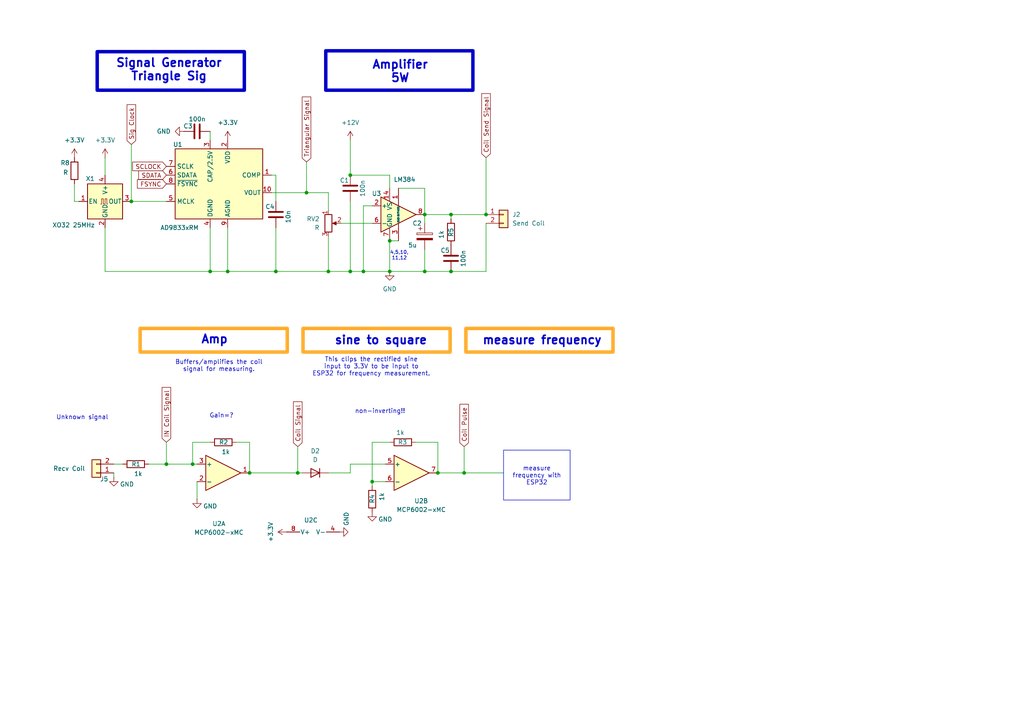
<source format=kicad_sch>
(kicad_sch
	(version 20231120)
	(generator "eeschema")
	(generator_version "8.0")
	(uuid "03348d54-2c57-4c2d-8a78-87f9804a198a")
	(paper "A4")
	(title_block
		(title "Chess Piece Detection PoC")
		(date "2024-03-07")
		(rev "DRAFT")
	)
	(lib_symbols
		(symbol "Amplifier_Audio:LM384"
			(pin_names
				(offset 0.127)
			)
			(exclude_from_sim no)
			(in_bom yes)
			(on_board yes)
			(property "Reference" "U"
				(at 5.08 6.35 0)
				(effects
					(font
						(size 1.27 1.27)
					)
				)
			)
			(property "Value" "LM384"
				(at 5.08 3.81 0)
				(effects
					(font
						(size 1.27 1.27)
					)
				)
			)
			(property "Footprint" "Package_DIP:DIP-14_W7.62mm"
				(at 0 0 0)
				(effects
					(font
						(size 1.27 1.27)
						(italic yes)
					)
					(hide yes)
				)
			)
			(property "Datasheet" "http://www.ti.com/lit/ds/symlink/lm384.pdf"
				(at 0 0 0)
				(effects
					(font
						(size 1.27 1.27)
					)
					(hide yes)
				)
			)
			(property "Description" "5W Audio Power Amplifier, PDIP-14"
				(at 0 0 0)
				(effects
					(font
						(size 1.27 1.27)
					)
					(hide yes)
				)
			)
			(property "ki_keywords" "audio amplifier"
				(at 0 0 0)
				(effects
					(font
						(size 1.27 1.27)
					)
					(hide yes)
				)
			)
			(property "ki_fp_filters" "DIP*W7.62mm*"
				(at 0 0 0)
				(effects
					(font
						(size 1.27 1.27)
					)
					(hide yes)
				)
			)
			(symbol "LM384_0_1"
				(polyline
					(pts
						(xy -5.08 5.08) (xy 5.08 0) (xy -5.08 -5.08) (xy -5.08 5.08)
					)
					(stroke
						(width 0.254)
						(type default)
					)
					(fill
						(type background)
					)
				)
			)
			(symbol "LM384_1_1"
				(pin passive line
					(at 0 7.62 270)
					(length 5.08)
					(name "BYPASS"
						(effects
							(font
								(size 0.508 0.508)
							)
						)
					)
					(number "1"
						(effects
							(font
								(size 1.27 1.27)
							)
						)
					)
				)
				(pin passive line
					(at 0 -7.62 90)
					(length 5.08) hide
					(name "GND"
						(effects
							(font
								(size 0.508 0.508)
							)
						)
					)
					(number "10"
						(effects
							(font
								(size 1.27 1.27)
							)
						)
					)
				)
				(pin passive line
					(at 0 -7.62 90)
					(length 5.08) hide
					(name "GND"
						(effects
							(font
								(size 0.508 0.508)
							)
						)
					)
					(number "11"
						(effects
							(font
								(size 1.27 1.27)
							)
						)
					)
				)
				(pin passive line
					(at 0 -7.62 90)
					(length 5.08) hide
					(name "GND"
						(effects
							(font
								(size 0.508 0.508)
							)
						)
					)
					(number "12"
						(effects
							(font
								(size 1.27 1.27)
							)
						)
					)
				)
				(pin no_connect line
					(at 0 2.54 270)
					(length 2.54) hide
					(name "NC"
						(effects
							(font
								(size 1.27 1.27)
							)
						)
					)
					(number "13"
						(effects
							(font
								(size 1.27 1.27)
							)
						)
					)
				)
				(pin power_in line
					(at -2.54 7.62 270)
					(length 3.81)
					(name "VS"
						(effects
							(font
								(size 1.27 1.27)
							)
						)
					)
					(number "14"
						(effects
							(font
								(size 1.27 1.27)
							)
						)
					)
				)
				(pin input line
					(at -7.62 2.54 0)
					(length 2.54)
					(name "+"
						(effects
							(font
								(size 1.27 1.27)
							)
						)
					)
					(number "2"
						(effects
							(font
								(size 1.27 1.27)
							)
						)
					)
				)
				(pin power_in line
					(at 0 -7.62 90)
					(length 5.08)
					(name "GND"
						(effects
							(font
								(size 0.508 0.508)
							)
						)
					)
					(number "3"
						(effects
							(font
								(size 1.27 1.27)
							)
						)
					)
				)
				(pin passive line
					(at 0 -7.62 90)
					(length 5.08) hide
					(name "GND"
						(effects
							(font
								(size 0.508 0.508)
							)
						)
					)
					(number "4"
						(effects
							(font
								(size 1.27 1.27)
							)
						)
					)
				)
				(pin passive line
					(at 0 -7.62 90)
					(length 5.08) hide
					(name "GND"
						(effects
							(font
								(size 0.508 0.508)
							)
						)
					)
					(number "5"
						(effects
							(font
								(size 1.27 1.27)
							)
						)
					)
				)
				(pin input line
					(at -7.62 -2.54 0)
					(length 2.54)
					(name "-"
						(effects
							(font
								(size 1.27 1.27)
							)
						)
					)
					(number "6"
						(effects
							(font
								(size 1.27 1.27)
							)
						)
					)
				)
				(pin power_in line
					(at -2.54 -7.62 90)
					(length 3.81)
					(name "GND"
						(effects
							(font
								(size 1.27 1.27)
							)
						)
					)
					(number "7"
						(effects
							(font
								(size 1.27 1.27)
							)
						)
					)
				)
				(pin output line
					(at 7.62 0 180)
					(length 2.54)
					(name "~"
						(effects
							(font
								(size 1.27 1.27)
							)
						)
					)
					(number "8"
						(effects
							(font
								(size 1.27 1.27)
							)
						)
					)
				)
				(pin no_connect line
					(at -2.54 2.54 270)
					(length 2.54) hide
					(name "NC"
						(effects
							(font
								(size 1.27 1.27)
							)
						)
					)
					(number "9"
						(effects
							(font
								(size 1.27 1.27)
							)
						)
					)
				)
			)
		)
		(symbol "Amplifier_Operational:MCP6002-xMC"
			(pin_names
				(offset 0.127)
			)
			(exclude_from_sim no)
			(in_bom yes)
			(on_board yes)
			(property "Reference" "U"
				(at 0 5.08 0)
				(effects
					(font
						(size 1.27 1.27)
					)
					(justify left)
				)
			)
			(property "Value" "MCP6002-xMC"
				(at 0 -5.08 0)
				(effects
					(font
						(size 1.27 1.27)
					)
					(justify left)
				)
			)
			(property "Footprint" "Package_DFN_QFN:DFN-8-1EP_3x2mm_P0.5mm_EP1.75x1.45mm"
				(at 0 0 0)
				(effects
					(font
						(size 1.27 1.27)
					)
					(hide yes)
				)
			)
			(property "Datasheet" "http://ww1.microchip.com/downloads/en/DeviceDoc/21733j.pdf"
				(at 0 0 0)
				(effects
					(font
						(size 1.27 1.27)
					)
					(hide yes)
				)
			)
			(property "Description" "1MHz, Low-Power Op Amp, DFN-8"
				(at 0 0 0)
				(effects
					(font
						(size 1.27 1.27)
					)
					(hide yes)
				)
			)
			(property "ki_locked" ""
				(at 0 0 0)
				(effects
					(font
						(size 1.27 1.27)
					)
				)
			)
			(property "ki_keywords" "dual opamp"
				(at 0 0 0)
				(effects
					(font
						(size 1.27 1.27)
					)
					(hide yes)
				)
			)
			(property "ki_fp_filters" "DFN*1EP*3x2mm*P0.5mm*"
				(at 0 0 0)
				(effects
					(font
						(size 1.27 1.27)
					)
					(hide yes)
				)
			)
			(symbol "MCP6002-xMC_1_1"
				(polyline
					(pts
						(xy -5.08 5.08) (xy 5.08 0) (xy -5.08 -5.08) (xy -5.08 5.08)
					)
					(stroke
						(width 0.254)
						(type default)
					)
					(fill
						(type background)
					)
				)
				(pin output line
					(at 7.62 0 180)
					(length 2.54)
					(name "~"
						(effects
							(font
								(size 1.27 1.27)
							)
						)
					)
					(number "1"
						(effects
							(font
								(size 1.27 1.27)
							)
						)
					)
				)
				(pin input line
					(at -7.62 -2.54 0)
					(length 2.54)
					(name "-"
						(effects
							(font
								(size 1.27 1.27)
							)
						)
					)
					(number "2"
						(effects
							(font
								(size 1.27 1.27)
							)
						)
					)
				)
				(pin input line
					(at -7.62 2.54 0)
					(length 2.54)
					(name "+"
						(effects
							(font
								(size 1.27 1.27)
							)
						)
					)
					(number "3"
						(effects
							(font
								(size 1.27 1.27)
							)
						)
					)
				)
			)
			(symbol "MCP6002-xMC_2_1"
				(polyline
					(pts
						(xy -5.08 5.08) (xy 5.08 0) (xy -5.08 -5.08) (xy -5.08 5.08)
					)
					(stroke
						(width 0.254)
						(type default)
					)
					(fill
						(type background)
					)
				)
				(pin input line
					(at -7.62 2.54 0)
					(length 2.54)
					(name "+"
						(effects
							(font
								(size 1.27 1.27)
							)
						)
					)
					(number "5"
						(effects
							(font
								(size 1.27 1.27)
							)
						)
					)
				)
				(pin input line
					(at -7.62 -2.54 0)
					(length 2.54)
					(name "-"
						(effects
							(font
								(size 1.27 1.27)
							)
						)
					)
					(number "6"
						(effects
							(font
								(size 1.27 1.27)
							)
						)
					)
				)
				(pin output line
					(at 7.62 0 180)
					(length 2.54)
					(name "~"
						(effects
							(font
								(size 1.27 1.27)
							)
						)
					)
					(number "7"
						(effects
							(font
								(size 1.27 1.27)
							)
						)
					)
				)
			)
			(symbol "MCP6002-xMC_3_1"
				(pin power_in line
					(at -2.54 -7.62 90)
					(length 3.81)
					(name "V-"
						(effects
							(font
								(size 1.27 1.27)
							)
						)
					)
					(number "4"
						(effects
							(font
								(size 1.27 1.27)
							)
						)
					)
				)
				(pin power_in line
					(at -2.54 7.62 270)
					(length 3.81)
					(name "V+"
						(effects
							(font
								(size 1.27 1.27)
							)
						)
					)
					(number "8"
						(effects
							(font
								(size 1.27 1.27)
							)
						)
					)
				)
				(pin passive line
					(at -2.54 -7.62 90)
					(length 3.81) hide
					(name "V-"
						(effects
							(font
								(size 1.27 1.27)
							)
						)
					)
					(number "9"
						(effects
							(font
								(size 1.27 1.27)
							)
						)
					)
				)
			)
		)
		(symbol "Connector_Generic:Conn_01x02"
			(pin_names
				(offset 1.016) hide)
			(exclude_from_sim no)
			(in_bom yes)
			(on_board yes)
			(property "Reference" "J"
				(at 0 2.54 0)
				(effects
					(font
						(size 1.27 1.27)
					)
				)
			)
			(property "Value" "Conn_01x02"
				(at 0 -5.08 0)
				(effects
					(font
						(size 1.27 1.27)
					)
				)
			)
			(property "Footprint" ""
				(at 0 0 0)
				(effects
					(font
						(size 1.27 1.27)
					)
					(hide yes)
				)
			)
			(property "Datasheet" "~"
				(at 0 0 0)
				(effects
					(font
						(size 1.27 1.27)
					)
					(hide yes)
				)
			)
			(property "Description" "Generic connector, single row, 01x02, script generated (kicad-library-utils/schlib/autogen/connector/)"
				(at 0 0 0)
				(effects
					(font
						(size 1.27 1.27)
					)
					(hide yes)
				)
			)
			(property "ki_keywords" "connector"
				(at 0 0 0)
				(effects
					(font
						(size 1.27 1.27)
					)
					(hide yes)
				)
			)
			(property "ki_fp_filters" "Connector*:*_1x??_*"
				(at 0 0 0)
				(effects
					(font
						(size 1.27 1.27)
					)
					(hide yes)
				)
			)
			(symbol "Conn_01x02_1_1"
				(rectangle
					(start -1.27 -2.413)
					(end 0 -2.667)
					(stroke
						(width 0.1524)
						(type default)
					)
					(fill
						(type none)
					)
				)
				(rectangle
					(start -1.27 0.127)
					(end 0 -0.127)
					(stroke
						(width 0.1524)
						(type default)
					)
					(fill
						(type none)
					)
				)
				(rectangle
					(start -1.27 1.27)
					(end 1.27 -3.81)
					(stroke
						(width 0.254)
						(type default)
					)
					(fill
						(type background)
					)
				)
				(pin passive line
					(at -5.08 0 0)
					(length 3.81)
					(name "Pin_1"
						(effects
							(font
								(size 1.27 1.27)
							)
						)
					)
					(number "1"
						(effects
							(font
								(size 1.27 1.27)
							)
						)
					)
				)
				(pin passive line
					(at -5.08 -2.54 0)
					(length 3.81)
					(name "Pin_2"
						(effects
							(font
								(size 1.27 1.27)
							)
						)
					)
					(number "2"
						(effects
							(font
								(size 1.27 1.27)
							)
						)
					)
				)
			)
		)
		(symbol "Device:C"
			(pin_numbers hide)
			(pin_names
				(offset 0.254)
			)
			(exclude_from_sim no)
			(in_bom yes)
			(on_board yes)
			(property "Reference" "C"
				(at 0.635 2.54 0)
				(effects
					(font
						(size 1.27 1.27)
					)
					(justify left)
				)
			)
			(property "Value" "C"
				(at 0.635 -2.54 0)
				(effects
					(font
						(size 1.27 1.27)
					)
					(justify left)
				)
			)
			(property "Footprint" ""
				(at 0.9652 -3.81 0)
				(effects
					(font
						(size 1.27 1.27)
					)
					(hide yes)
				)
			)
			(property "Datasheet" "~"
				(at 0 0 0)
				(effects
					(font
						(size 1.27 1.27)
					)
					(hide yes)
				)
			)
			(property "Description" "Unpolarized capacitor"
				(at 0 0 0)
				(effects
					(font
						(size 1.27 1.27)
					)
					(hide yes)
				)
			)
			(property "ki_keywords" "cap capacitor"
				(at 0 0 0)
				(effects
					(font
						(size 1.27 1.27)
					)
					(hide yes)
				)
			)
			(property "ki_fp_filters" "C_*"
				(at 0 0 0)
				(effects
					(font
						(size 1.27 1.27)
					)
					(hide yes)
				)
			)
			(symbol "C_0_1"
				(polyline
					(pts
						(xy -2.032 -0.762) (xy 2.032 -0.762)
					)
					(stroke
						(width 0.508)
						(type default)
					)
					(fill
						(type none)
					)
				)
				(polyline
					(pts
						(xy -2.032 0.762) (xy 2.032 0.762)
					)
					(stroke
						(width 0.508)
						(type default)
					)
					(fill
						(type none)
					)
				)
			)
			(symbol "C_1_1"
				(pin passive line
					(at 0 3.81 270)
					(length 2.794)
					(name "~"
						(effects
							(font
								(size 1.27 1.27)
							)
						)
					)
					(number "1"
						(effects
							(font
								(size 1.27 1.27)
							)
						)
					)
				)
				(pin passive line
					(at 0 -3.81 90)
					(length 2.794)
					(name "~"
						(effects
							(font
								(size 1.27 1.27)
							)
						)
					)
					(number "2"
						(effects
							(font
								(size 1.27 1.27)
							)
						)
					)
				)
			)
		)
		(symbol "Device:C_Polarized"
			(pin_numbers hide)
			(pin_names
				(offset 0.254)
			)
			(exclude_from_sim no)
			(in_bom yes)
			(on_board yes)
			(property "Reference" "C"
				(at 0.635 2.54 0)
				(effects
					(font
						(size 1.27 1.27)
					)
					(justify left)
				)
			)
			(property "Value" "C_Polarized"
				(at 0.635 -2.54 0)
				(effects
					(font
						(size 1.27 1.27)
					)
					(justify left)
				)
			)
			(property "Footprint" ""
				(at 0.9652 -3.81 0)
				(effects
					(font
						(size 1.27 1.27)
					)
					(hide yes)
				)
			)
			(property "Datasheet" "~"
				(at 0 0 0)
				(effects
					(font
						(size 1.27 1.27)
					)
					(hide yes)
				)
			)
			(property "Description" "Polarized capacitor"
				(at 0 0 0)
				(effects
					(font
						(size 1.27 1.27)
					)
					(hide yes)
				)
			)
			(property "ki_keywords" "cap capacitor"
				(at 0 0 0)
				(effects
					(font
						(size 1.27 1.27)
					)
					(hide yes)
				)
			)
			(property "ki_fp_filters" "CP_*"
				(at 0 0 0)
				(effects
					(font
						(size 1.27 1.27)
					)
					(hide yes)
				)
			)
			(symbol "C_Polarized_0_1"
				(rectangle
					(start -2.286 0.508)
					(end 2.286 1.016)
					(stroke
						(width 0)
						(type default)
					)
					(fill
						(type none)
					)
				)
				(polyline
					(pts
						(xy -1.778 2.286) (xy -0.762 2.286)
					)
					(stroke
						(width 0)
						(type default)
					)
					(fill
						(type none)
					)
				)
				(polyline
					(pts
						(xy -1.27 2.794) (xy -1.27 1.778)
					)
					(stroke
						(width 0)
						(type default)
					)
					(fill
						(type none)
					)
				)
				(rectangle
					(start 2.286 -0.508)
					(end -2.286 -1.016)
					(stroke
						(width 0)
						(type default)
					)
					(fill
						(type outline)
					)
				)
			)
			(symbol "C_Polarized_1_1"
				(pin passive line
					(at 0 3.81 270)
					(length 2.794)
					(name "~"
						(effects
							(font
								(size 1.27 1.27)
							)
						)
					)
					(number "1"
						(effects
							(font
								(size 1.27 1.27)
							)
						)
					)
				)
				(pin passive line
					(at 0 -3.81 90)
					(length 2.794)
					(name "~"
						(effects
							(font
								(size 1.27 1.27)
							)
						)
					)
					(number "2"
						(effects
							(font
								(size 1.27 1.27)
							)
						)
					)
				)
			)
		)
		(symbol "Device:D"
			(pin_numbers hide)
			(pin_names
				(offset 1.016) hide)
			(exclude_from_sim no)
			(in_bom yes)
			(on_board yes)
			(property "Reference" "D"
				(at 0 2.54 0)
				(effects
					(font
						(size 1.27 1.27)
					)
				)
			)
			(property "Value" "D"
				(at 0 -2.54 0)
				(effects
					(font
						(size 1.27 1.27)
					)
				)
			)
			(property "Footprint" ""
				(at 0 0 0)
				(effects
					(font
						(size 1.27 1.27)
					)
					(hide yes)
				)
			)
			(property "Datasheet" "~"
				(at 0 0 0)
				(effects
					(font
						(size 1.27 1.27)
					)
					(hide yes)
				)
			)
			(property "Description" "Diode"
				(at 0 0 0)
				(effects
					(font
						(size 1.27 1.27)
					)
					(hide yes)
				)
			)
			(property "Sim.Device" "D"
				(at 0 0 0)
				(effects
					(font
						(size 1.27 1.27)
					)
					(hide yes)
				)
			)
			(property "Sim.Pins" "1=K 2=A"
				(at 0 0 0)
				(effects
					(font
						(size 1.27 1.27)
					)
					(hide yes)
				)
			)
			(property "ki_keywords" "diode"
				(at 0 0 0)
				(effects
					(font
						(size 1.27 1.27)
					)
					(hide yes)
				)
			)
			(property "ki_fp_filters" "TO-???* *_Diode_* *SingleDiode* D_*"
				(at 0 0 0)
				(effects
					(font
						(size 1.27 1.27)
					)
					(hide yes)
				)
			)
			(symbol "D_0_1"
				(polyline
					(pts
						(xy -1.27 1.27) (xy -1.27 -1.27)
					)
					(stroke
						(width 0.254)
						(type default)
					)
					(fill
						(type none)
					)
				)
				(polyline
					(pts
						(xy 1.27 0) (xy -1.27 0)
					)
					(stroke
						(width 0)
						(type default)
					)
					(fill
						(type none)
					)
				)
				(polyline
					(pts
						(xy 1.27 1.27) (xy 1.27 -1.27) (xy -1.27 0) (xy 1.27 1.27)
					)
					(stroke
						(width 0.254)
						(type default)
					)
					(fill
						(type none)
					)
				)
			)
			(symbol "D_1_1"
				(pin passive line
					(at -3.81 0 0)
					(length 2.54)
					(name "K"
						(effects
							(font
								(size 1.27 1.27)
							)
						)
					)
					(number "1"
						(effects
							(font
								(size 1.27 1.27)
							)
						)
					)
				)
				(pin passive line
					(at 3.81 0 180)
					(length 2.54)
					(name "A"
						(effects
							(font
								(size 1.27 1.27)
							)
						)
					)
					(number "2"
						(effects
							(font
								(size 1.27 1.27)
							)
						)
					)
				)
			)
		)
		(symbol "Device:R"
			(pin_numbers hide)
			(pin_names
				(offset 0)
			)
			(exclude_from_sim no)
			(in_bom yes)
			(on_board yes)
			(property "Reference" "R"
				(at 2.032 0 90)
				(effects
					(font
						(size 1.27 1.27)
					)
				)
			)
			(property "Value" "R"
				(at 0 0 90)
				(effects
					(font
						(size 1.27 1.27)
					)
				)
			)
			(property "Footprint" ""
				(at -1.778 0 90)
				(effects
					(font
						(size 1.27 1.27)
					)
					(hide yes)
				)
			)
			(property "Datasheet" "~"
				(at 0 0 0)
				(effects
					(font
						(size 1.27 1.27)
					)
					(hide yes)
				)
			)
			(property "Description" "Resistor"
				(at 0 0 0)
				(effects
					(font
						(size 1.27 1.27)
					)
					(hide yes)
				)
			)
			(property "ki_keywords" "R res resistor"
				(at 0 0 0)
				(effects
					(font
						(size 1.27 1.27)
					)
					(hide yes)
				)
			)
			(property "ki_fp_filters" "R_*"
				(at 0 0 0)
				(effects
					(font
						(size 1.27 1.27)
					)
					(hide yes)
				)
			)
			(symbol "R_0_1"
				(rectangle
					(start -1.016 -2.54)
					(end 1.016 2.54)
					(stroke
						(width 0.254)
						(type default)
					)
					(fill
						(type none)
					)
				)
			)
			(symbol "R_1_1"
				(pin passive line
					(at 0 3.81 270)
					(length 1.27)
					(name "~"
						(effects
							(font
								(size 1.27 1.27)
							)
						)
					)
					(number "1"
						(effects
							(font
								(size 1.27 1.27)
							)
						)
					)
				)
				(pin passive line
					(at 0 -3.81 90)
					(length 1.27)
					(name "~"
						(effects
							(font
								(size 1.27 1.27)
							)
						)
					)
					(number "2"
						(effects
							(font
								(size 1.27 1.27)
							)
						)
					)
				)
			)
		)
		(symbol "Device:R_Potentiometer"
			(pin_names
				(offset 1.016) hide)
			(exclude_from_sim no)
			(in_bom yes)
			(on_board yes)
			(property "Reference" "RV"
				(at -4.445 0 90)
				(effects
					(font
						(size 1.27 1.27)
					)
				)
			)
			(property "Value" "R_Potentiometer"
				(at -2.54 0 90)
				(effects
					(font
						(size 1.27 1.27)
					)
				)
			)
			(property "Footprint" ""
				(at 0 0 0)
				(effects
					(font
						(size 1.27 1.27)
					)
					(hide yes)
				)
			)
			(property "Datasheet" "~"
				(at 0 0 0)
				(effects
					(font
						(size 1.27 1.27)
					)
					(hide yes)
				)
			)
			(property "Description" "Potentiometer"
				(at 0 0 0)
				(effects
					(font
						(size 1.27 1.27)
					)
					(hide yes)
				)
			)
			(property "ki_keywords" "resistor variable"
				(at 0 0 0)
				(effects
					(font
						(size 1.27 1.27)
					)
					(hide yes)
				)
			)
			(property "ki_fp_filters" "Potentiometer*"
				(at 0 0 0)
				(effects
					(font
						(size 1.27 1.27)
					)
					(hide yes)
				)
			)
			(symbol "R_Potentiometer_0_1"
				(polyline
					(pts
						(xy 2.54 0) (xy 1.524 0)
					)
					(stroke
						(width 0)
						(type default)
					)
					(fill
						(type none)
					)
				)
				(polyline
					(pts
						(xy 1.143 0) (xy 2.286 0.508) (xy 2.286 -0.508) (xy 1.143 0)
					)
					(stroke
						(width 0)
						(type default)
					)
					(fill
						(type outline)
					)
				)
				(rectangle
					(start 1.016 2.54)
					(end -1.016 -2.54)
					(stroke
						(width 0.254)
						(type default)
					)
					(fill
						(type none)
					)
				)
			)
			(symbol "R_Potentiometer_1_1"
				(pin passive line
					(at 0 3.81 270)
					(length 1.27)
					(name "1"
						(effects
							(font
								(size 1.27 1.27)
							)
						)
					)
					(number "1"
						(effects
							(font
								(size 1.27 1.27)
							)
						)
					)
				)
				(pin passive line
					(at 3.81 0 180)
					(length 1.27)
					(name "2"
						(effects
							(font
								(size 1.27 1.27)
							)
						)
					)
					(number "2"
						(effects
							(font
								(size 1.27 1.27)
							)
						)
					)
				)
				(pin passive line
					(at 0 -3.81 90)
					(length 1.27)
					(name "3"
						(effects
							(font
								(size 1.27 1.27)
							)
						)
					)
					(number "3"
						(effects
							(font
								(size 1.27 1.27)
							)
						)
					)
				)
			)
		)
		(symbol "Interface:AD9833xRM"
			(exclude_from_sim no)
			(in_bom yes)
			(on_board yes)
			(property "Reference" "U"
				(at -12.7 11.43 0)
				(effects
					(font
						(size 1.27 1.27)
					)
					(justify left)
				)
			)
			(property "Value" "AD9833xRM"
				(at 5.08 11.43 0)
				(effects
					(font
						(size 1.27 1.27)
					)
					(justify left)
				)
			)
			(property "Footprint" "Package_SO:MSOP-10_3x3mm_P0.5mm"
				(at 0 -15.24 0)
				(effects
					(font
						(size 1.27 1.27)
					)
					(hide yes)
				)
			)
			(property "Datasheet" "https://www.analog.com/media/en/technical-documentation/data-sheets/ad9833.pdf"
				(at -1.27 7.62 0)
				(effects
					(font
						(size 1.27 1.27)
					)
					(hide yes)
				)
			)
			(property "Description" "10 bit 25 MHz Programmable Waveform Generator, 2.3V to 5.5V, 12.65mW, MSOP-10"
				(at 0 0 0)
				(effects
					(font
						(size 1.27 1.27)
					)
					(hide yes)
				)
			)
			(property "ki_keywords" "Direct Digital Synthesizer DDS"
				(at 0 0 0)
				(effects
					(font
						(size 1.27 1.27)
					)
					(hide yes)
				)
			)
			(property "ki_fp_filters" "MSOP*3x3mm*P0.5mm*"
				(at 0 0 0)
				(effects
					(font
						(size 1.27 1.27)
					)
					(hide yes)
				)
			)
			(symbol "AD9833xRM_0_1"
				(rectangle
					(start -12.7 10.16)
					(end 12.7 -10.16)
					(stroke
						(width 0.254)
						(type default)
					)
					(fill
						(type background)
					)
				)
			)
			(symbol "AD9833xRM_1_1"
				(pin passive line
					(at 15.24 2.54 180)
					(length 2.54)
					(name "COMP"
						(effects
							(font
								(size 1.27 1.27)
							)
						)
					)
					(number "1"
						(effects
							(font
								(size 1.27 1.27)
							)
						)
					)
				)
				(pin output line
					(at 15.24 -2.54 180)
					(length 2.54)
					(name "VOUT"
						(effects
							(font
								(size 1.27 1.27)
							)
						)
					)
					(number "10"
						(effects
							(font
								(size 1.27 1.27)
							)
						)
					)
				)
				(pin power_in line
					(at 2.54 12.7 270)
					(length 2.54)
					(name "VDD"
						(effects
							(font
								(size 1.27 1.27)
							)
						)
					)
					(number "2"
						(effects
							(font
								(size 1.27 1.27)
							)
						)
					)
				)
				(pin power_in line
					(at -2.54 12.7 270)
					(length 2.54)
					(name "CAP/2.5V"
						(effects
							(font
								(size 1.27 1.27)
							)
						)
					)
					(number "3"
						(effects
							(font
								(size 1.27 1.27)
							)
						)
					)
				)
				(pin power_in line
					(at -2.54 -12.7 90)
					(length 2.54)
					(name "DGND"
						(effects
							(font
								(size 1.27 1.27)
							)
						)
					)
					(number "4"
						(effects
							(font
								(size 1.27 1.27)
							)
						)
					)
				)
				(pin input line
					(at -15.24 -5.08 0)
					(length 2.54)
					(name "MCLK"
						(effects
							(font
								(size 1.27 1.27)
							)
						)
					)
					(number "5"
						(effects
							(font
								(size 1.27 1.27)
							)
						)
					)
				)
				(pin input line
					(at -15.24 2.54 0)
					(length 2.54)
					(name "SDATA"
						(effects
							(font
								(size 1.27 1.27)
							)
						)
					)
					(number "6"
						(effects
							(font
								(size 1.27 1.27)
							)
						)
					)
				)
				(pin input line
					(at -15.24 5.08 0)
					(length 2.54)
					(name "SCLK"
						(effects
							(font
								(size 1.27 1.27)
							)
						)
					)
					(number "7"
						(effects
							(font
								(size 1.27 1.27)
							)
						)
					)
				)
				(pin input line
					(at -15.24 0 0)
					(length 2.54)
					(name "~{FSYNC}"
						(effects
							(font
								(size 1.27 1.27)
							)
						)
					)
					(number "8"
						(effects
							(font
								(size 1.27 1.27)
							)
						)
					)
				)
				(pin power_in line
					(at 2.54 -12.7 90)
					(length 2.54)
					(name "AGND"
						(effects
							(font
								(size 1.27 1.27)
							)
						)
					)
					(number "9"
						(effects
							(font
								(size 1.27 1.27)
							)
						)
					)
				)
			)
		)
		(symbol "Oscillator:XO32"
			(pin_names
				(offset 0.254)
			)
			(exclude_from_sim no)
			(in_bom yes)
			(on_board yes)
			(property "Reference" "X"
				(at -5.08 6.35 0)
				(effects
					(font
						(size 1.27 1.27)
					)
					(justify left)
				)
			)
			(property "Value" "XO32"
				(at 1.27 -6.35 0)
				(effects
					(font
						(size 1.27 1.27)
					)
					(justify left)
				)
			)
			(property "Footprint" "Oscillator:Oscillator_SMD_EuroQuartz_XO32-4Pin_3.2x2.5mm"
				(at 17.78 -8.89 0)
				(effects
					(font
						(size 1.27 1.27)
					)
					(hide yes)
				)
			)
			(property "Datasheet" "http://cdn-reichelt.de/documents/datenblatt/B400/XO32.pdf"
				(at -2.54 0 0)
				(effects
					(font
						(size 1.27 1.27)
					)
					(hide yes)
				)
			)
			(property "Description" "HCMOS Clock Oscillator"
				(at 0 0 0)
				(effects
					(font
						(size 1.27 1.27)
					)
					(hide yes)
				)
			)
			(property "ki_keywords" "Crystal Clock Oscillator"
				(at 0 0 0)
				(effects
					(font
						(size 1.27 1.27)
					)
					(hide yes)
				)
			)
			(property "ki_fp_filters" "Oscillator*SMD*EuroQuartz*XO32*3.2x2.5mm*"
				(at 0 0 0)
				(effects
					(font
						(size 1.27 1.27)
					)
					(hide yes)
				)
			)
			(symbol "XO32_0_1"
				(rectangle
					(start -5.08 5.08)
					(end 5.08 -5.08)
					(stroke
						(width 0.254)
						(type default)
					)
					(fill
						(type background)
					)
				)
				(polyline
					(pts
						(xy -1.27 -0.762) (xy -1.016 -0.762) (xy -1.016 0.762) (xy -0.508 0.762) (xy -0.508 -0.762) (xy 0 -0.762)
						(xy 0 0.762) (xy 0.508 0.762) (xy 0.508 -0.762) (xy 0.762 -0.762)
					)
					(stroke
						(width 0)
						(type default)
					)
					(fill
						(type none)
					)
				)
			)
			(symbol "XO32_1_1"
				(pin input line
					(at -7.62 0 0)
					(length 2.54)
					(name "EN"
						(effects
							(font
								(size 1.27 1.27)
							)
						)
					)
					(number "1"
						(effects
							(font
								(size 1.27 1.27)
							)
						)
					)
				)
				(pin power_in line
					(at 0 -7.62 90)
					(length 2.54)
					(name "GND"
						(effects
							(font
								(size 1.27 1.27)
							)
						)
					)
					(number "2"
						(effects
							(font
								(size 1.27 1.27)
							)
						)
					)
				)
				(pin output line
					(at 7.62 0 180)
					(length 2.54)
					(name "OUT"
						(effects
							(font
								(size 1.27 1.27)
							)
						)
					)
					(number "3"
						(effects
							(font
								(size 1.27 1.27)
							)
						)
					)
				)
				(pin power_in line
					(at 0 7.62 270)
					(length 2.54)
					(name "V+"
						(effects
							(font
								(size 1.27 1.27)
							)
						)
					)
					(number "4"
						(effects
							(font
								(size 1.27 1.27)
							)
						)
					)
				)
			)
		)
		(symbol "power:+12V"
			(power)
			(pin_numbers hide)
			(pin_names
				(offset 0) hide)
			(exclude_from_sim no)
			(in_bom yes)
			(on_board yes)
			(property "Reference" "#PWR"
				(at 0 -3.81 0)
				(effects
					(font
						(size 1.27 1.27)
					)
					(hide yes)
				)
			)
			(property "Value" "+12V"
				(at 0 3.556 0)
				(effects
					(font
						(size 1.27 1.27)
					)
				)
			)
			(property "Footprint" ""
				(at 0 0 0)
				(effects
					(font
						(size 1.27 1.27)
					)
					(hide yes)
				)
			)
			(property "Datasheet" ""
				(at 0 0 0)
				(effects
					(font
						(size 1.27 1.27)
					)
					(hide yes)
				)
			)
			(property "Description" "Power symbol creates a global label with name \"+12V\""
				(at 0 0 0)
				(effects
					(font
						(size 1.27 1.27)
					)
					(hide yes)
				)
			)
			(property "ki_keywords" "global power"
				(at 0 0 0)
				(effects
					(font
						(size 1.27 1.27)
					)
					(hide yes)
				)
			)
			(symbol "+12V_0_1"
				(polyline
					(pts
						(xy -0.762 1.27) (xy 0 2.54)
					)
					(stroke
						(width 0)
						(type default)
					)
					(fill
						(type none)
					)
				)
				(polyline
					(pts
						(xy 0 0) (xy 0 2.54)
					)
					(stroke
						(width 0)
						(type default)
					)
					(fill
						(type none)
					)
				)
				(polyline
					(pts
						(xy 0 2.54) (xy 0.762 1.27)
					)
					(stroke
						(width 0)
						(type default)
					)
					(fill
						(type none)
					)
				)
			)
			(symbol "+12V_1_1"
				(pin power_in line
					(at 0 0 90)
					(length 0)
					(name "~"
						(effects
							(font
								(size 1.27 1.27)
							)
						)
					)
					(number "1"
						(effects
							(font
								(size 1.27 1.27)
							)
						)
					)
				)
			)
		)
		(symbol "power:+3.3V"
			(power)
			(pin_numbers hide)
			(pin_names
				(offset 0) hide)
			(exclude_from_sim no)
			(in_bom yes)
			(on_board yes)
			(property "Reference" "#PWR"
				(at 0 -3.81 0)
				(effects
					(font
						(size 1.27 1.27)
					)
					(hide yes)
				)
			)
			(property "Value" "+3.3V"
				(at 0 3.556 0)
				(effects
					(font
						(size 1.27 1.27)
					)
				)
			)
			(property "Footprint" ""
				(at 0 0 0)
				(effects
					(font
						(size 1.27 1.27)
					)
					(hide yes)
				)
			)
			(property "Datasheet" ""
				(at 0 0 0)
				(effects
					(font
						(size 1.27 1.27)
					)
					(hide yes)
				)
			)
			(property "Description" "Power symbol creates a global label with name \"+3.3V\""
				(at 0 0 0)
				(effects
					(font
						(size 1.27 1.27)
					)
					(hide yes)
				)
			)
			(property "ki_keywords" "global power"
				(at 0 0 0)
				(effects
					(font
						(size 1.27 1.27)
					)
					(hide yes)
				)
			)
			(symbol "+3.3V_0_1"
				(polyline
					(pts
						(xy -0.762 1.27) (xy 0 2.54)
					)
					(stroke
						(width 0)
						(type default)
					)
					(fill
						(type none)
					)
				)
				(polyline
					(pts
						(xy 0 0) (xy 0 2.54)
					)
					(stroke
						(width 0)
						(type default)
					)
					(fill
						(type none)
					)
				)
				(polyline
					(pts
						(xy 0 2.54) (xy 0.762 1.27)
					)
					(stroke
						(width 0)
						(type default)
					)
					(fill
						(type none)
					)
				)
			)
			(symbol "+3.3V_1_1"
				(pin power_in line
					(at 0 0 90)
					(length 0)
					(name "~"
						(effects
							(font
								(size 1.27 1.27)
							)
						)
					)
					(number "1"
						(effects
							(font
								(size 1.27 1.27)
							)
						)
					)
				)
			)
		)
		(symbol "power:GND"
			(power)
			(pin_numbers hide)
			(pin_names
				(offset 0) hide)
			(exclude_from_sim no)
			(in_bom yes)
			(on_board yes)
			(property "Reference" "#PWR"
				(at 0 -6.35 0)
				(effects
					(font
						(size 1.27 1.27)
					)
					(hide yes)
				)
			)
			(property "Value" "GND"
				(at 0 -3.81 0)
				(effects
					(font
						(size 1.27 1.27)
					)
				)
			)
			(property "Footprint" ""
				(at 0 0 0)
				(effects
					(font
						(size 1.27 1.27)
					)
					(hide yes)
				)
			)
			(property "Datasheet" ""
				(at 0 0 0)
				(effects
					(font
						(size 1.27 1.27)
					)
					(hide yes)
				)
			)
			(property "Description" "Power symbol creates a global label with name \"GND\" , ground"
				(at 0 0 0)
				(effects
					(font
						(size 1.27 1.27)
					)
					(hide yes)
				)
			)
			(property "ki_keywords" "global power"
				(at 0 0 0)
				(effects
					(font
						(size 1.27 1.27)
					)
					(hide yes)
				)
			)
			(symbol "GND_0_1"
				(polyline
					(pts
						(xy 0 0) (xy 0 -1.27) (xy 1.27 -1.27) (xy 0 -2.54) (xy -1.27 -1.27) (xy 0 -1.27)
					)
					(stroke
						(width 0)
						(type default)
					)
					(fill
						(type none)
					)
				)
			)
			(symbol "GND_1_1"
				(pin power_in line
					(at 0 0 270)
					(length 0)
					(name "~"
						(effects
							(font
								(size 1.27 1.27)
							)
						)
					)
					(number "1"
						(effects
							(font
								(size 1.27 1.27)
							)
						)
					)
				)
			)
		)
	)
	(junction
		(at 72.39 137.16)
		(diameter 0)
		(color 0 0 0 0)
		(uuid "0d032f8a-3858-4469-920e-e657aff72b71")
	)
	(junction
		(at 60.96 78.74)
		(diameter 0)
		(color 0 0 0 0)
		(uuid "2484f0ba-b67c-411a-8f8f-303ecf99c855")
	)
	(junction
		(at 101.6 78.74)
		(diameter 0)
		(color 0 0 0 0)
		(uuid "30e57417-c295-405f-8eef-43511ac2c4a8")
	)
	(junction
		(at 134.62 137.16)
		(diameter 0)
		(color 0 0 0 0)
		(uuid "39f9ad3e-4cc1-4066-9434-bd624fa215e7")
	)
	(junction
		(at 123.19 78.74)
		(diameter 0)
		(color 0 0 0 0)
		(uuid "49be03bf-4e1f-4f60-b072-31e2e7204895")
	)
	(junction
		(at 107.95 139.7)
		(diameter 0)
		(color 0 0 0 0)
		(uuid "5a3c7a1f-d86d-4a87-8716-7af06898b3ac")
	)
	(junction
		(at 95.25 78.74)
		(diameter 0)
		(color 0 0 0 0)
		(uuid "5f88ca75-0c81-4f00-a987-06572e9b3913")
	)
	(junction
		(at 113.03 69.85)
		(diameter 0)
		(color 0 0 0 0)
		(uuid "6db7f368-67e8-43a2-8063-15e6982b2d0b")
	)
	(junction
		(at 123.19 62.23)
		(diameter 0)
		(color 0 0 0 0)
		(uuid "71a588ec-e957-42fd-9ed8-28bd5d4beaf5")
	)
	(junction
		(at 66.04 78.74)
		(diameter 0)
		(color 0 0 0 0)
		(uuid "77dd3f99-425e-46bf-9331-d0cbd7d6bca2")
	)
	(junction
		(at 88.9 55.88)
		(diameter 0)
		(color 0 0 0 0)
		(uuid "7cebce8c-eba1-49dc-ada2-9278f62d2f42")
	)
	(junction
		(at 127 137.16)
		(diameter 0)
		(color 0 0 0 0)
		(uuid "8ba06860-ff41-49d6-b6a7-88214cf313b2")
	)
	(junction
		(at 86.36 137.16)
		(diameter 0)
		(color 0 0 0 0)
		(uuid "96c4f05f-2dbc-4928-ac56-36dbdf311247")
	)
	(junction
		(at 130.81 78.74)
		(diameter 0)
		(color 0 0 0 0)
		(uuid "9a5ae098-f6dd-4141-bb84-3cc10c450476")
	)
	(junction
		(at 101.6 50.8)
		(diameter 0)
		(color 0 0 0 0)
		(uuid "9e503efd-4e52-4d69-90fc-00b9b54b4bf7")
	)
	(junction
		(at 130.81 62.23)
		(diameter 0)
		(color 0 0 0 0)
		(uuid "a5af578c-a4f9-4d7f-95da-4bd724bfbd7f")
	)
	(junction
		(at 38.1 58.42)
		(diameter 0)
		(color 0 0 0 0)
		(uuid "b15bd963-b68c-4a87-b930-9bb4cb4d089a")
	)
	(junction
		(at 48.26 134.62)
		(diameter 0)
		(color 0 0 0 0)
		(uuid "b3bbe118-5fd2-4a94-b5e6-b429931ad280")
	)
	(junction
		(at 140.97 62.23)
		(diameter 0)
		(color 0 0 0 0)
		(uuid "c988bb5f-9698-43f8-a370-b1c90cc37247")
	)
	(junction
		(at 113.03 78.74)
		(diameter 0)
		(color 0 0 0 0)
		(uuid "d7201063-e3f5-483d-9435-ba2c831b5f7d")
	)
	(junction
		(at 55.88 134.62)
		(diameter 0)
		(color 0 0 0 0)
		(uuid "e43efea1-53c5-4232-822e-eca1f34f88c7")
	)
	(junction
		(at 105.41 78.74)
		(diameter 0)
		(color 0 0 0 0)
		(uuid "ea0de618-363f-4f65-9248-5f7b7f9a55c3")
	)
	(junction
		(at 80.01 78.74)
		(diameter 0)
		(color 0 0 0 0)
		(uuid "ec060153-fe8b-4c8e-9649-f3c3ddd27574")
	)
	(wire
		(pts
			(xy 60.96 66.04) (xy 60.96 78.74)
		)
		(stroke
			(width 0)
			(type default)
		)
		(uuid "03783f0b-a1b8-4124-9f7d-15ef18efa702")
	)
	(wire
		(pts
			(xy 107.95 128.27) (xy 107.95 139.7)
		)
		(stroke
			(width 0)
			(type default)
		)
		(uuid "0467515f-38be-4250-b20b-fffa195581a9")
	)
	(wire
		(pts
			(xy 30.48 78.74) (xy 60.96 78.74)
		)
		(stroke
			(width 0)
			(type default)
		)
		(uuid "0705942f-9d53-4cff-b363-4c152a85f2cd")
	)
	(wire
		(pts
			(xy 95.25 68.58) (xy 95.25 78.74)
		)
		(stroke
			(width 0)
			(type default)
		)
		(uuid "10f4c43d-3a12-409f-9e32-cabce0cf4275")
	)
	(wire
		(pts
			(xy 95.25 55.88) (xy 88.9 55.88)
		)
		(stroke
			(width 0)
			(type default)
		)
		(uuid "12d29cf4-55c1-4468-85b2-6f311eddc25a")
	)
	(wire
		(pts
			(xy 140.97 64.77) (xy 140.97 78.74)
		)
		(stroke
			(width 0)
			(type default)
		)
		(uuid "130cebca-e216-41ca-b8d4-2192b8eebd6a")
	)
	(wire
		(pts
			(xy 60.96 38.1) (xy 60.96 40.64)
		)
		(stroke
			(width 0)
			(type default)
		)
		(uuid "135492d4-22a6-4dd5-87ed-cd5a8fd84a83")
	)
	(wire
		(pts
			(xy 80.01 58.42) (xy 80.01 50.8)
		)
		(stroke
			(width 0)
			(type default)
		)
		(uuid "1843bc37-17eb-4144-afd6-2522489968da")
	)
	(wire
		(pts
			(xy 105.41 59.69) (xy 107.95 59.69)
		)
		(stroke
			(width 0)
			(type default)
		)
		(uuid "19dfc2be-2aad-47a9-9a74-a2a39145e522")
	)
	(wire
		(pts
			(xy 57.15 134.62) (xy 55.88 134.62)
		)
		(stroke
			(width 0)
			(type default)
		)
		(uuid "1da6a826-fa14-45da-b723-a65faaedb27a")
	)
	(wire
		(pts
			(xy 127 128.27) (xy 127 137.16)
		)
		(stroke
			(width 0)
			(type default)
		)
		(uuid "1dd740a0-2f4e-4365-9dec-f56a8e37c07b")
	)
	(wire
		(pts
			(xy 127 137.16) (xy 134.62 137.16)
		)
		(stroke
			(width 0)
			(type default)
		)
		(uuid "224ff8a8-bc42-44f0-b3f8-0123d8b1fe2e")
	)
	(wire
		(pts
			(xy 113.03 78.74) (xy 123.19 78.74)
		)
		(stroke
			(width 0)
			(type default)
		)
		(uuid "2ddca4e9-89a6-49d8-b2fb-ab623763c1d2")
	)
	(wire
		(pts
			(xy 72.39 137.16) (xy 72.39 128.27)
		)
		(stroke
			(width 0)
			(type default)
		)
		(uuid "35232488-fbc8-444b-bd22-b7743cef4c77")
	)
	(wire
		(pts
			(xy 107.95 139.7) (xy 107.95 140.97)
		)
		(stroke
			(width 0)
			(type default)
		)
		(uuid "352fc907-1e97-4b7e-bf43-03a13826cdb3")
	)
	(wire
		(pts
			(xy 95.25 137.16) (xy 101.6 137.16)
		)
		(stroke
			(width 0)
			(type default)
		)
		(uuid "37bfa945-d230-499c-8368-237a5b209967")
	)
	(wire
		(pts
			(xy 88.9 46.99) (xy 88.9 55.88)
		)
		(stroke
			(width 0)
			(type default)
		)
		(uuid "37e4f524-324a-4396-9c25-a46a512ee416")
	)
	(wire
		(pts
			(xy 130.81 63.5) (xy 130.81 62.23)
		)
		(stroke
			(width 0)
			(type default)
		)
		(uuid "39022f3c-0edb-48e5-9f4f-3d8471b3d320")
	)
	(wire
		(pts
			(xy 113.03 69.85) (xy 115.57 69.85)
		)
		(stroke
			(width 0)
			(type default)
		)
		(uuid "51c91cb3-63be-4c47-852e-7a581c514d8a")
	)
	(wire
		(pts
			(xy 101.6 58.42) (xy 101.6 78.74)
		)
		(stroke
			(width 0)
			(type default)
		)
		(uuid "55b31227-ea95-497c-9210-d894c765623b")
	)
	(wire
		(pts
			(xy 105.41 78.74) (xy 113.03 78.74)
		)
		(stroke
			(width 0)
			(type default)
		)
		(uuid "57a0a4a1-758c-4552-a3a9-ccd9978c824c")
	)
	(wire
		(pts
			(xy 113.03 78.74) (xy 113.03 69.85)
		)
		(stroke
			(width 0)
			(type default)
		)
		(uuid "612a90ef-dbc5-4118-bfe2-1cedd5a12aef")
	)
	(wire
		(pts
			(xy 66.04 78.74) (xy 80.01 78.74)
		)
		(stroke
			(width 0)
			(type default)
		)
		(uuid "6378bf8f-53bb-4a83-b489-fd3e390cafac")
	)
	(wire
		(pts
			(xy 95.25 55.88) (xy 95.25 60.96)
		)
		(stroke
			(width 0)
			(type default)
		)
		(uuid "63f69b1d-21f3-42de-8cae-0b4774479a76")
	)
	(wire
		(pts
			(xy 113.03 128.27) (xy 107.95 128.27)
		)
		(stroke
			(width 0)
			(type default)
		)
		(uuid "6888c22f-1d8f-4b7b-b16e-686f598b8121")
	)
	(wire
		(pts
			(xy 21.59 58.42) (xy 22.86 58.42)
		)
		(stroke
			(width 0)
			(type default)
		)
		(uuid "69b4c073-5071-495c-b232-13b2be3abe15")
	)
	(wire
		(pts
			(xy 68.58 128.27) (xy 72.39 128.27)
		)
		(stroke
			(width 0)
			(type default)
		)
		(uuid "71ea9d82-c16f-48f4-9b7a-45864f993de5")
	)
	(wire
		(pts
			(xy 55.88 128.27) (xy 60.96 128.27)
		)
		(stroke
			(width 0)
			(type default)
		)
		(uuid "7550ab2d-476d-4ac1-819b-53b9c88cafec")
	)
	(wire
		(pts
			(xy 101.6 78.74) (xy 105.41 78.74)
		)
		(stroke
			(width 0)
			(type default)
		)
		(uuid "75de2f79-61da-429b-89b8-85961ba29da6")
	)
	(wire
		(pts
			(xy 95.25 78.74) (xy 101.6 78.74)
		)
		(stroke
			(width 0)
			(type default)
		)
		(uuid "7b70e710-b071-4ffb-8d87-1f35317cadab")
	)
	(wire
		(pts
			(xy 140.97 62.23) (xy 130.81 62.23)
		)
		(stroke
			(width 0)
			(type default)
		)
		(uuid "7ba6a6cc-38af-45b4-a68d-51afe4ebd9a7")
	)
	(wire
		(pts
			(xy 86.36 129.54) (xy 86.36 137.16)
		)
		(stroke
			(width 0)
			(type default)
		)
		(uuid "7f879d8d-b893-4e74-8b94-011e772e5400")
	)
	(wire
		(pts
			(xy 123.19 62.23) (xy 123.19 64.77)
		)
		(stroke
			(width 0)
			(type default)
		)
		(uuid "84fac9fd-3144-45a2-aff2-34711ecc97b1")
	)
	(wire
		(pts
			(xy 43.18 134.62) (xy 48.26 134.62)
		)
		(stroke
			(width 0)
			(type default)
		)
		(uuid "85625db3-eaa3-48b1-bd07-086afedfd346")
	)
	(wire
		(pts
			(xy 134.62 129.54) (xy 134.62 137.16)
		)
		(stroke
			(width 0)
			(type default)
		)
		(uuid "8709d9d1-62ae-4af0-8224-ea75d3884b5f")
	)
	(wire
		(pts
			(xy 130.81 78.74) (xy 140.97 78.74)
		)
		(stroke
			(width 0)
			(type default)
		)
		(uuid "8a7fdc30-92bb-4717-9655-507dcfc66c35")
	)
	(wire
		(pts
			(xy 123.19 62.23) (xy 130.81 62.23)
		)
		(stroke
			(width 0)
			(type default)
		)
		(uuid "8e2f70c3-1bb2-44f6-b381-17aed6299437")
	)
	(wire
		(pts
			(xy 78.74 55.88) (xy 88.9 55.88)
		)
		(stroke
			(width 0)
			(type default)
		)
		(uuid "9327247e-c65b-466a-b26a-085d312d0846")
	)
	(wire
		(pts
			(xy 80.01 78.74) (xy 95.25 78.74)
		)
		(stroke
			(width 0)
			(type default)
		)
		(uuid "9aec949b-19ba-45e6-9271-afead45053bb")
	)
	(wire
		(pts
			(xy 123.19 54.61) (xy 123.19 62.23)
		)
		(stroke
			(width 0)
			(type default)
		)
		(uuid "9be1f48d-263e-41f4-bb6d-3a8c8657bbe0")
	)
	(wire
		(pts
			(xy 80.01 50.8) (xy 78.74 50.8)
		)
		(stroke
			(width 0)
			(type default)
		)
		(uuid "a0311c75-c75d-4564-b5b4-fd9181e3e1c9")
	)
	(wire
		(pts
			(xy 123.19 54.61) (xy 115.57 54.61)
		)
		(stroke
			(width 0)
			(type default)
		)
		(uuid "a2b147d6-7333-42b9-8cc0-20157830e103")
	)
	(wire
		(pts
			(xy 38.1 41.91) (xy 38.1 58.42)
		)
		(stroke
			(width 0)
			(type default)
		)
		(uuid "a423bf13-eebb-4a12-9c93-4bfa9f36f2a6")
	)
	(wire
		(pts
			(xy 134.62 137.16) (xy 146.05 137.16)
		)
		(stroke
			(width 0)
			(type default)
		)
		(uuid "a664e725-0641-4c87-be73-ccfbc05cacaa")
	)
	(wire
		(pts
			(xy 99.06 64.77) (xy 107.95 64.77)
		)
		(stroke
			(width 0)
			(type default)
		)
		(uuid "a6707e65-35a1-4c40-8296-1aa7106ebd38")
	)
	(wire
		(pts
			(xy 60.96 78.74) (xy 66.04 78.74)
		)
		(stroke
			(width 0)
			(type default)
		)
		(uuid "aaede0f4-b751-4c1f-a773-840fa204d728")
	)
	(wire
		(pts
			(xy 101.6 137.16) (xy 101.6 134.62)
		)
		(stroke
			(width 0)
			(type default)
		)
		(uuid "ab04bc13-9509-4c8d-95a3-ab456d435e92")
	)
	(wire
		(pts
			(xy 57.15 139.7) (xy 57.15 144.78)
		)
		(stroke
			(width 0)
			(type default)
		)
		(uuid "acc77c01-3bbf-4a2d-9515-63a6ad438a03")
	)
	(wire
		(pts
			(xy 86.36 137.16) (xy 72.39 137.16)
		)
		(stroke
			(width 0)
			(type default)
		)
		(uuid "af2d4770-2229-45e7-a02b-7729aed88a1b")
	)
	(wire
		(pts
			(xy 107.95 139.7) (xy 111.76 139.7)
		)
		(stroke
			(width 0)
			(type default)
		)
		(uuid "b19782dc-9190-493d-81b6-8e9f54788d16")
	)
	(wire
		(pts
			(xy 48.26 128.27) (xy 48.26 134.62)
		)
		(stroke
			(width 0)
			(type default)
		)
		(uuid "b6d744fc-2890-4010-be1c-de6489e08ed9")
	)
	(wire
		(pts
			(xy 123.19 72.39) (xy 123.19 78.74)
		)
		(stroke
			(width 0)
			(type default)
		)
		(uuid "b9583e93-ab34-4c3f-b6dc-3c9b41d807f7")
	)
	(wire
		(pts
			(xy 30.48 66.04) (xy 30.48 78.74)
		)
		(stroke
			(width 0)
			(type default)
		)
		(uuid "bec19a2e-dcff-423f-8173-6a30e70bb212")
	)
	(wire
		(pts
			(xy 21.59 53.34) (xy 21.59 58.42)
		)
		(stroke
			(width 0)
			(type default)
		)
		(uuid "bfc381ac-823c-4921-9183-228ff5be6b0a")
	)
	(wire
		(pts
			(xy 80.01 66.04) (xy 80.01 78.74)
		)
		(stroke
			(width 0)
			(type default)
		)
		(uuid "c39e2815-cfab-4c63-85f3-e063fd51b2f9")
	)
	(wire
		(pts
			(xy 38.1 58.42) (xy 48.26 58.42)
		)
		(stroke
			(width 0)
			(type default)
		)
		(uuid "c83a9878-3237-48d7-b79f-8d0bd6906f12")
	)
	(wire
		(pts
			(xy 33.02 137.16) (xy 33.02 138.43)
		)
		(stroke
			(width 0)
			(type default)
		)
		(uuid "cf0f38be-eeec-4535-8a7c-347ede2359a5")
	)
	(wire
		(pts
			(xy 105.41 78.74) (xy 105.41 59.69)
		)
		(stroke
			(width 0)
			(type default)
		)
		(uuid "d2b7e636-2b73-4407-a6c7-1ae6b3dcc019")
	)
	(wire
		(pts
			(xy 55.88 134.62) (xy 48.26 134.62)
		)
		(stroke
			(width 0)
			(type default)
		)
		(uuid "d97681c2-b6e6-4ae0-8a23-97b2d6c6c551")
	)
	(wire
		(pts
			(xy 30.48 45.72) (xy 30.48 50.8)
		)
		(stroke
			(width 0)
			(type default)
		)
		(uuid "d9c8a429-8a95-4d5b-915d-68f7ae78de4f")
	)
	(wire
		(pts
			(xy 33.02 134.62) (xy 35.56 134.62)
		)
		(stroke
			(width 0)
			(type default)
		)
		(uuid "d9ef222a-416e-4a24-a6d6-a73a2dabb580")
	)
	(wire
		(pts
			(xy 87.63 137.16) (xy 86.36 137.16)
		)
		(stroke
			(width 0)
			(type default)
		)
		(uuid "e0d84354-e12a-44fc-9a8f-776f1fa9ac83")
	)
	(wire
		(pts
			(xy 55.88 128.27) (xy 55.88 134.62)
		)
		(stroke
			(width 0)
			(type default)
		)
		(uuid "e15c8e8d-7d28-4be6-9b2e-5148ab216aea")
	)
	(wire
		(pts
			(xy 123.19 78.74) (xy 130.81 78.74)
		)
		(stroke
			(width 0)
			(type default)
		)
		(uuid "ef3fc2eb-d20c-4ad6-a5f1-bda6f745e718")
	)
	(wire
		(pts
			(xy 101.6 40.64) (xy 101.6 50.8)
		)
		(stroke
			(width 0)
			(type default)
		)
		(uuid "f0bbbc34-7442-49dc-acea-739f7db06222")
	)
	(wire
		(pts
			(xy 101.6 50.8) (xy 113.03 50.8)
		)
		(stroke
			(width 0)
			(type default)
		)
		(uuid "f27893bb-d858-4ea5-bed3-9c66e63cbf4e")
	)
	(wire
		(pts
			(xy 101.6 134.62) (xy 111.76 134.62)
		)
		(stroke
			(width 0)
			(type default)
		)
		(uuid "f71e1cd8-115d-4a98-9269-e071515cba5a")
	)
	(wire
		(pts
			(xy 120.65 128.27) (xy 127 128.27)
		)
		(stroke
			(width 0)
			(type default)
		)
		(uuid "f9149037-1b0c-410c-a77c-7deded794722")
	)
	(wire
		(pts
			(xy 66.04 66.04) (xy 66.04 78.74)
		)
		(stroke
			(width 0)
			(type default)
		)
		(uuid "fb185f79-b587-490a-8e0c-8c9253db5967")
	)
	(wire
		(pts
			(xy 113.03 50.8) (xy 113.03 54.61)
		)
		(stroke
			(width 0)
			(type default)
		)
		(uuid "fc00ce24-6e32-4e1e-81e2-1c82d9c6262e")
	)
	(wire
		(pts
			(xy 140.97 45.72) (xy 140.97 62.23)
		)
		(stroke
			(width 0)
			(type default)
		)
		(uuid "fc02ced1-9bcb-4701-8621-822b40a79bef")
	)
	(rectangle
		(start 40.64 102.108)
		(end 83.312 95.25)
		(stroke
			(width 1)
			(type default)
			(color 255 169 41 1)
		)
		(fill
			(type none)
		)
		(uuid 08d05ad1-d0e0-4a1a-a2f1-863f399ae7e9)
	)
	(rectangle
		(start 87.884 102.108)
		(end 130.556 95.25)
		(stroke
			(width 1)
			(type default)
			(color 255 169 41 1)
		)
		(fill
			(type none)
		)
		(uuid 43a0d29c-f833-4909-84c9-2a08e67720a4)
	)
	(rectangle
		(start 28.194 14.986)
		(end 70.866 26.162)
		(stroke
			(width 1)
			(type default)
		)
		(fill
			(type none)
		)
		(uuid 4c50ab7d-adf5-479e-becf-1778054de204)
	)
	(rectangle
		(start 135.128 102.108)
		(end 177.8 95.25)
		(stroke
			(width 1)
			(type default)
			(color 255 169 41 1)
		)
		(fill
			(type none)
		)
		(uuid 99bd31e8-31aa-4821-9142-a0c4dce8df75)
	)
	(rectangle
		(start 94.488 14.732)
		(end 137.16 26.162)
		(stroke
			(width 1)
			(type default)
		)
		(fill
			(type none)
		)
		(uuid aedc7cf4-9bab-49b3-baa4-85226e6fb7d7)
	)
	(text_box "measure frequency with ESP32"
		(exclude_from_sim no)
		(at 146.05 130.556 0)
		(size 19.304 14.478)
		(stroke
			(width 0)
			(type default)
		)
		(fill
			(type none)
		)
		(effects
			(font
				(size 1.27 1.27)
			)
		)
		(uuid "0f59291b-74d9-4d4a-b7c1-6919e773dfec")
	)
	(text "non-inverting!!"
		(exclude_from_sim no)
		(at 110.236 119.38 0)
		(effects
			(font
				(size 1.27 1.27)
			)
		)
		(uuid "04c7bb75-b52f-414c-97c4-52f78393ce87")
	)
	(text "Buffers/amplifies the coil\nsignal for measuring."
		(exclude_from_sim no)
		(at 63.5 106.172 0)
		(effects
			(font
				(size 1.27 1.27)
			)
		)
		(uuid "1d35e111-bcad-44d7-8dc3-b36cb0e786b0")
	)
	(text "This clips the rectified sine\ninput to 3.3V to be input to\nESP32 for frequency measurement."
		(exclude_from_sim no)
		(at 107.696 106.426 0)
		(effects
			(font
				(size 1.27 1.27)
			)
		)
		(uuid "2f099605-ff65-4241-aad3-6b91401de661")
	)
	(text "Amplifier\n5W"
		(exclude_from_sim no)
		(at 116.078 20.828 0)
		(effects
			(font
				(size 2.4 2.4)
				(bold yes)
			)
		)
		(uuid "4669c6e3-4c44-4fe0-a240-21946634ad24")
	)
	(text "4,5,10,\n11,12"
		(exclude_from_sim no)
		(at 115.824 74.168 0)
		(effects
			(font
				(size 1 1)
			)
		)
		(uuid "60cb33ef-4902-4308-bbfe-27f6a6eca35f")
	)
	(text "Gain=?"
		(exclude_from_sim no)
		(at 64.262 120.65 0)
		(effects
			(font
				(size 1.27 1.27)
			)
		)
		(uuid "63b40fc1-88ce-4ed8-a3bb-070ed5080069")
	)
	(text "Amp"
		(exclude_from_sim no)
		(at 62.23 98.552 0)
		(effects
			(font
				(size 2.4 2.4)
				(bold yes)
			)
		)
		(uuid "6e923e3a-8654-491e-b29b-695d37ffbe1f")
	)
	(text "measure frequency"
		(exclude_from_sim no)
		(at 157.226 98.806 0)
		(effects
			(font
				(size 2.4 2.4)
				(bold yes)
			)
		)
		(uuid "763f532f-4eb5-4ba1-83ed-6595267f5ed0")
	)
	(text "Unknown signal"
		(exclude_from_sim no)
		(at 23.876 121.158 0)
		(effects
			(font
				(size 1.27 1.27)
			)
		)
		(uuid "9bbe08dd-eadf-4c5a-9e5a-9b2e12a4cf53")
	)
	(text "sine to square"
		(exclude_from_sim no)
		(at 110.49 98.806 0)
		(effects
			(font
				(size 2.4 2.4)
				(bold yes)
			)
		)
		(uuid "cc11e1a2-54ea-40f1-91d2-87b0ebba6467")
	)
	(text "Signal Generator\nTriangle Sig"
		(exclude_from_sim no)
		(at 49.022 20.32 0)
		(effects
			(font
				(size 2.4 2.4)
				(bold yes)
			)
		)
		(uuid "cd02782b-825c-4da2-ad30-e1a6f04507c1")
	)
	(global_label "Coil Signal"
		(shape input)
		(at 86.36 129.54 90)
		(fields_autoplaced yes)
		(effects
			(font
				(size 1.27 1.27)
			)
			(justify left)
		)
		(uuid "18ac602c-14b6-4d66-8318-c8c578d6b25b")
		(property "Intersheetrefs" "${INTERSHEET_REFS}"
			(at 86.36 115.9717 90)
			(effects
				(font
					(size 1.27 1.27)
				)
				(justify left)
				(hide yes)
			)
		)
	)
	(global_label "Coil Send Signal"
		(shape input)
		(at 140.97 45.72 90)
		(fields_autoplaced yes)
		(effects
			(font
				(size 1.27 1.27)
			)
			(justify left)
		)
		(uuid "328a81ff-32d2-4aa2-910a-e3d10c8a0fb0")
		(property "Intersheetrefs" "${INTERSHEET_REFS}"
			(at 140.97 26.588 90)
			(effects
				(font
					(size 1.27 1.27)
				)
				(justify left)
				(hide yes)
			)
		)
	)
	(global_label "SDATA"
		(shape input)
		(at 48.26 50.8 180)
		(fields_autoplaced yes)
		(effects
			(font
				(size 1.27 1.27)
			)
			(justify right)
		)
		(uuid "3742f8a3-f5be-4982-aa1e-026a7308614b")
		(property "Intersheetrefs" "${INTERSHEET_REFS}"
			(at 39.6505 50.8 0)
			(effects
				(font
					(size 1.27 1.27)
				)
				(justify right)
				(hide yes)
			)
		)
	)
	(global_label "SCLOCK"
		(shape input)
		(at 48.26 48.26 180)
		(fields_autoplaced yes)
		(effects
			(font
				(size 1.27 1.27)
			)
			(justify right)
		)
		(uuid "601e9241-bb49-482e-9f3d-849fcbd04251")
		(property "Intersheetrefs" "${INTERSHEET_REFS}"
			(at 37.8967 48.26 0)
			(effects
				(font
					(size 1.27 1.27)
				)
				(justify right)
				(hide yes)
			)
		)
	)
	(global_label "FSYNC"
		(shape input)
		(at 48.26 53.34 180)
		(fields_autoplaced yes)
		(effects
			(font
				(size 1.27 1.27)
			)
			(justify right)
		)
		(uuid "99e393c1-fa62-4141-9329-82ffbc80bad6")
		(property "Intersheetrefs" "${INTERSHEET_REFS}"
			(at 39.2876 53.34 0)
			(effects
				(font
					(size 1.27 1.27)
				)
				(justify right)
				(hide yes)
			)
		)
	)
	(global_label "Triangular Signal"
		(shape input)
		(at 88.9 46.99 90)
		(fields_autoplaced yes)
		(effects
			(font
				(size 1.27 1.27)
			)
			(justify left)
		)
		(uuid "9f0c5b26-2001-4f78-8407-1a5c3e361c82")
		(property "Intersheetrefs" "${INTERSHEET_REFS}"
			(at 88.9 27.5557 90)
			(effects
				(font
					(size 1.27 1.27)
				)
				(justify left)
				(hide yes)
			)
		)
	)
	(global_label "Sig Clock"
		(shape input)
		(at 38.1 41.91 90)
		(fields_autoplaced yes)
		(effects
			(font
				(size 1.27 1.27)
			)
			(justify left)
		)
		(uuid "ac548905-da77-4d2f-9644-b7b2dda7c87f")
		(property "Intersheetrefs" "${INTERSHEET_REFS}"
			(at 38.1 29.793 90)
			(effects
				(font
					(size 1.27 1.27)
				)
				(justify left)
				(hide yes)
			)
		)
	)
	(global_label "IN Coil Signal"
		(shape input)
		(at 48.26 128.27 90)
		(fields_autoplaced yes)
		(effects
			(font
				(size 1.27 1.27)
			)
			(justify left)
		)
		(uuid "d46448a5-b934-4ed2-a402-23ae80b93b28")
		(property "Intersheetrefs" "${INTERSHEET_REFS}"
			(at 48.26 111.7988 90)
			(effects
				(font
					(size 1.27 1.27)
				)
				(justify left)
				(hide yes)
			)
		)
	)
	(global_label "Coil Pulse"
		(shape input)
		(at 134.62 129.54 90)
		(fields_autoplaced yes)
		(effects
			(font
				(size 1.27 1.27)
			)
			(justify left)
		)
		(uuid "ecbdb66c-8d8c-4c5a-9f9b-935a4e4b49a3")
		(property "Intersheetrefs" "${INTERSHEET_REFS}"
			(at 134.62 116.6973 90)
			(effects
				(font
					(size 1.27 1.27)
				)
				(justify left)
				(hide yes)
			)
		)
	)
	(symbol
		(lib_id "Connector_Generic:Conn_01x02")
		(at 146.05 62.23 0)
		(unit 1)
		(exclude_from_sim no)
		(in_bom yes)
		(on_board yes)
		(dnp no)
		(fields_autoplaced yes)
		(uuid "02da9a30-fc09-4766-be44-ed15edceaebb")
		(property "Reference" "J2"
			(at 148.59 62.2299 0)
			(effects
				(font
					(size 1.27 1.27)
				)
				(justify left)
			)
		)
		(property "Value" "Send Coil"
			(at 148.59 64.7699 0)
			(effects
				(font
					(size 1.27 1.27)
				)
				(justify left)
			)
		)
		(property "Footprint" ""
			(at 146.05 62.23 0)
			(effects
				(font
					(size 1.27 1.27)
				)
				(hide yes)
			)
		)
		(property "Datasheet" "~"
			(at 146.05 62.23 0)
			(effects
				(font
					(size 1.27 1.27)
				)
				(hide yes)
			)
		)
		(property "Description" "Generic connector, single row, 01x02, script generated (kicad-library-utils/schlib/autogen/connector/)"
			(at 146.05 62.23 0)
			(effects
				(font
					(size 1.27 1.27)
				)
				(hide yes)
			)
		)
		(pin "1"
			(uuid "eeaa29f3-eb66-4e2f-845d-1b17515884b2")
		)
		(pin "2"
			(uuid "dea509db-b249-48f7-9b3d-cc8e0f8a713a")
		)
		(instances
			(project "PieceRecognition"
				(path "/03348d54-2c57-4c2d-8a78-87f9804a198a"
					(reference "J2")
					(unit 1)
				)
			)
		)
	)
	(symbol
		(lib_id "Oscillator:XO32")
		(at 30.48 58.42 0)
		(unit 1)
		(exclude_from_sim no)
		(in_bom yes)
		(on_board yes)
		(dnp no)
		(uuid "0fcb2fe3-57f0-4601-929b-bdfc9caa33a6")
		(property "Reference" "X1"
			(at 26.162 51.816 0)
			(effects
				(font
					(size 1.27 1.27)
				)
			)
		)
		(property "Value" "XO32 25MHz"
			(at 21.336 65.278 0)
			(effects
				(font
					(size 1.27 1.27)
				)
			)
		)
		(property "Footprint" "Oscillator:Oscillator_SMD_EuroQuartz_XO32-4Pin_3.2x2.5mm"
			(at 48.26 67.31 0)
			(effects
				(font
					(size 1.27 1.27)
				)
				(hide yes)
			)
		)
		(property "Datasheet" "http://cdn-reichelt.de/documents/datenblatt/B400/XO32.pdf"
			(at 27.94 58.42 0)
			(effects
				(font
					(size 1.27 1.27)
				)
				(hide yes)
			)
		)
		(property "Description" "HCMOS Clock Oscillator"
			(at 30.48 58.42 0)
			(effects
				(font
					(size 1.27 1.27)
				)
				(hide yes)
			)
		)
		(pin "3"
			(uuid "3418afed-2d74-4f14-b682-f9372a093c9b")
		)
		(pin "2"
			(uuid "44ef73e6-c589-420c-8e72-a27d2717f823")
		)
		(pin "4"
			(uuid "3c34523b-c600-448b-95b1-b67ec72171b0")
		)
		(pin "1"
			(uuid "8ce951c1-d925-46a4-b79b-08bdf245c796")
		)
		(instances
			(project "PieceRecognition"
				(path "/03348d54-2c57-4c2d-8a78-87f9804a198a"
					(reference "X1")
					(unit 1)
				)
			)
		)
	)
	(symbol
		(lib_id "Device:C")
		(at 101.6 54.61 0)
		(unit 1)
		(exclude_from_sim no)
		(in_bom yes)
		(on_board yes)
		(dnp no)
		(uuid "14cb64ee-9be3-46c5-b40f-b6bbaba2ee31")
		(property "Reference" "C1"
			(at 98.552 52.324 0)
			(effects
				(font
					(size 1.27 1.27)
				)
				(justify left)
			)
		)
		(property "Value" "100n"
			(at 105.156 57.15 90)
			(effects
				(font
					(size 1.27 1.27)
				)
				(justify left)
			)
		)
		(property "Footprint" ""
			(at 102.5652 58.42 0)
			(effects
				(font
					(size 1.27 1.27)
				)
				(hide yes)
			)
		)
		(property "Datasheet" "~"
			(at 101.6 54.61 0)
			(effects
				(font
					(size 1.27 1.27)
				)
				(hide yes)
			)
		)
		(property "Description" "Unpolarized capacitor"
			(at 101.6 54.61 0)
			(effects
				(font
					(size 1.27 1.27)
				)
				(hide yes)
			)
		)
		(pin "1"
			(uuid "ab20d0b3-cb4d-47c8-b7e4-afc7eaf09a49")
		)
		(pin "2"
			(uuid "68696628-6ad1-489b-b1f0-ec2a7014bd51")
		)
		(instances
			(project "PieceRecognition"
				(path "/03348d54-2c57-4c2d-8a78-87f9804a198a"
					(reference "C1")
					(unit 1)
				)
			)
		)
	)
	(symbol
		(lib_id "Device:R")
		(at 116.84 128.27 90)
		(unit 1)
		(exclude_from_sim no)
		(in_bom yes)
		(on_board yes)
		(dnp no)
		(uuid "3d037e6a-3b55-4d74-80b7-fbc0fcf45cce")
		(property "Reference" "R3"
			(at 118.11 128.27 90)
			(effects
				(font
					(size 1.27 1.27)
				)
				(justify left)
			)
		)
		(property "Value" "1k"
			(at 117.348 125.476 90)
			(effects
				(font
					(size 1.27 1.27)
				)
				(justify left)
			)
		)
		(property "Footprint" ""
			(at 116.84 130.048 90)
			(effects
				(font
					(size 1.27 1.27)
				)
				(hide yes)
			)
		)
		(property "Datasheet" "~"
			(at 116.84 128.27 0)
			(effects
				(font
					(size 1.27 1.27)
				)
				(hide yes)
			)
		)
		(property "Description" "Resistor"
			(at 116.84 128.27 0)
			(effects
				(font
					(size 1.27 1.27)
				)
				(hide yes)
			)
		)
		(pin "2"
			(uuid "26dce6f2-cd19-4518-975b-23d6171ebcc8")
		)
		(pin "1"
			(uuid "61caeb31-8d4a-4369-b915-24e66fbc8e4e")
		)
		(instances
			(project "PieceRecognition"
				(path "/03348d54-2c57-4c2d-8a78-87f9804a198a"
					(reference "R3")
					(unit 1)
				)
			)
		)
	)
	(symbol
		(lib_id "power:+3.3V")
		(at 83.185 154.305 90)
		(unit 1)
		(exclude_from_sim no)
		(in_bom yes)
		(on_board yes)
		(dnp no)
		(fields_autoplaced yes)
		(uuid "411a7f7f-fd16-4393-899f-d8a7aea2c39c")
		(property "Reference" "#PWR02"
			(at 86.995 154.305 0)
			(effects
				(font
					(size 1.27 1.27)
				)
				(hide yes)
			)
		)
		(property "Value" "+3.3V"
			(at 78.486 154.305 0)
			(effects
				(font
					(size 1.27 1.27)
				)
			)
		)
		(property "Footprint" ""
			(at 83.185 154.305 0)
			(effects
				(font
					(size 1.27 1.27)
				)
				(hide yes)
			)
		)
		(property "Datasheet" ""
			(at 83.185 154.305 0)
			(effects
				(font
					(size 1.27 1.27)
				)
				(hide yes)
			)
		)
		(property "Description" "Power symbol creates a global label with name \"+3.3V\""
			(at 83.185 154.305 0)
			(effects
				(font
					(size 1.27 1.27)
				)
				(hide yes)
			)
		)
		(pin "1"
			(uuid "0dcf6689-c564-4370-b170-931e19f08f2d")
		)
		(instances
			(project "PieceRecognition"
				(path "/03348d54-2c57-4c2d-8a78-87f9804a198a"
					(reference "#PWR02")
					(unit 1)
				)
			)
		)
	)
	(symbol
		(lib_id "Device:D")
		(at 91.44 137.16 180)
		(unit 1)
		(exclude_from_sim no)
		(in_bom yes)
		(on_board yes)
		(dnp no)
		(fields_autoplaced yes)
		(uuid "4afc2adc-b7e7-4796-923a-e0105912c394")
		(property "Reference" "D2"
			(at 91.44 130.81 0)
			(effects
				(font
					(size 1.27 1.27)
				)
			)
		)
		(property "Value" "D"
			(at 91.44 133.35 0)
			(effects
				(font
					(size 1.27 1.27)
				)
			)
		)
		(property "Footprint" ""
			(at 91.44 137.16 0)
			(effects
				(font
					(size 1.27 1.27)
				)
				(hide yes)
			)
		)
		(property "Datasheet" "~"
			(at 91.44 137.16 0)
			(effects
				(font
					(size 1.27 1.27)
				)
				(hide yes)
			)
		)
		(property "Description" "Diode"
			(at 91.44 137.16 0)
			(effects
				(font
					(size 1.27 1.27)
				)
				(hide yes)
			)
		)
		(property "Sim.Device" "D"
			(at 91.44 137.16 0)
			(effects
				(font
					(size 1.27 1.27)
				)
				(hide yes)
			)
		)
		(property "Sim.Pins" "1=K 2=A"
			(at 91.44 137.16 0)
			(effects
				(font
					(size 1.27 1.27)
				)
				(hide yes)
			)
		)
		(pin "1"
			(uuid "64b4b65e-06ef-4974-8447-0f156d062a38")
		)
		(pin "2"
			(uuid "4178b06b-aa33-4a95-b934-5e046b0a8406")
		)
		(instances
			(project "PieceRecognition"
				(path "/03348d54-2c57-4c2d-8a78-87f9804a198a"
					(reference "D2")
					(unit 1)
				)
			)
		)
	)
	(symbol
		(lib_id "Device:R")
		(at 64.77 128.27 270)
		(unit 1)
		(exclude_from_sim no)
		(in_bom yes)
		(on_board yes)
		(dnp no)
		(uuid "4cf4700d-19a7-46dd-9ba9-d06a6a826555")
		(property "Reference" "R2"
			(at 63.5 128.27 90)
			(effects
				(font
					(size 1.27 1.27)
				)
				(justify left)
			)
		)
		(property "Value" "1k"
			(at 64.262 131.064 90)
			(effects
				(font
					(size 1.27 1.27)
				)
				(justify left)
			)
		)
		(property "Footprint" ""
			(at 64.77 126.492 90)
			(effects
				(font
					(size 1.27 1.27)
				)
				(hide yes)
			)
		)
		(property "Datasheet" "~"
			(at 64.77 128.27 0)
			(effects
				(font
					(size 1.27 1.27)
				)
				(hide yes)
			)
		)
		(property "Description" "Resistor"
			(at 64.77 128.27 0)
			(effects
				(font
					(size 1.27 1.27)
				)
				(hide yes)
			)
		)
		(pin "2"
			(uuid "4cd03a75-e96c-44d4-a9c8-08d1c49a80f9")
		)
		(pin "1"
			(uuid "92d6f0ac-7301-4760-9416-1e858dc7bd3e")
		)
		(instances
			(project "PieceRecognition"
				(path "/03348d54-2c57-4c2d-8a78-87f9804a198a"
					(reference "R2")
					(unit 1)
				)
			)
		)
	)
	(symbol
		(lib_id "Device:C")
		(at 130.81 74.93 0)
		(unit 1)
		(exclude_from_sim no)
		(in_bom yes)
		(on_board yes)
		(dnp no)
		(uuid "4f8ce8ab-7a6b-4f05-949e-3ed06a79558b")
		(property "Reference" "C5"
			(at 127.762 72.644 0)
			(effects
				(font
					(size 1.27 1.27)
				)
				(justify left)
			)
		)
		(property "Value" "100n"
			(at 134.366 77.47 90)
			(effects
				(font
					(size 1.27 1.27)
				)
				(justify left)
			)
		)
		(property "Footprint" ""
			(at 131.7752 78.74 0)
			(effects
				(font
					(size 1.27 1.27)
				)
				(hide yes)
			)
		)
		(property "Datasheet" "~"
			(at 130.81 74.93 0)
			(effects
				(font
					(size 1.27 1.27)
				)
				(hide yes)
			)
		)
		(property "Description" "Unpolarized capacitor"
			(at 130.81 74.93 0)
			(effects
				(font
					(size 1.27 1.27)
				)
				(hide yes)
			)
		)
		(pin "1"
			(uuid "d46cff57-c93a-47f2-93b6-3bc7e8fd9f02")
		)
		(pin "2"
			(uuid "9d39862f-c9d1-45e9-91ef-a1b4f9d40179")
		)
		(instances
			(project "PieceRecognition"
				(path "/03348d54-2c57-4c2d-8a78-87f9804a198a"
					(reference "C5")
					(unit 1)
				)
			)
		)
	)
	(symbol
		(lib_id "Device:C_Polarized")
		(at 123.19 68.58 0)
		(unit 1)
		(exclude_from_sim no)
		(in_bom yes)
		(on_board yes)
		(dnp no)
		(uuid "53f71815-5369-4dca-85eb-5d50e0a733cc")
		(property "Reference" "C2"
			(at 119.634 64.77 0)
			(effects
				(font
					(size 1.27 1.27)
				)
				(justify left)
			)
		)
		(property "Value" "5u"
			(at 118.364 71.12 0)
			(effects
				(font
					(size 1.27 1.27)
				)
				(justify left)
			)
		)
		(property "Footprint" ""
			(at 124.1552 72.39 0)
			(effects
				(font
					(size 1.27 1.27)
				)
				(hide yes)
			)
		)
		(property "Datasheet" "~"
			(at 123.19 68.58 0)
			(effects
				(font
					(size 1.27 1.27)
				)
				(hide yes)
			)
		)
		(property "Description" "Polarized capacitor"
			(at 123.19 68.58 0)
			(effects
				(font
					(size 1.27 1.27)
				)
				(hide yes)
			)
		)
		(pin "1"
			(uuid "5bfd6e6f-b7dc-41aa-8520-ec00bacde5f8")
		)
		(pin "2"
			(uuid "e5ea0bbd-a3f6-4d96-93e2-b8afd048ee8f")
		)
		(instances
			(project "PieceRecognition"
				(path "/03348d54-2c57-4c2d-8a78-87f9804a198a"
					(reference "C2")
					(unit 1)
				)
			)
		)
	)
	(symbol
		(lib_id "power:GND")
		(at 53.34 38.1 270)
		(unit 1)
		(exclude_from_sim no)
		(in_bom yes)
		(on_board yes)
		(dnp no)
		(fields_autoplaced yes)
		(uuid "5c1010a1-03b2-4990-9793-cfec661a4965")
		(property "Reference" "#PWR022"
			(at 46.99 38.1 0)
			(effects
				(font
					(size 1.27 1.27)
				)
				(hide yes)
			)
		)
		(property "Value" "GND"
			(at 49.53 38.0999 90)
			(effects
				(font
					(size 1.27 1.27)
				)
				(justify right)
			)
		)
		(property "Footprint" ""
			(at 53.34 38.1 0)
			(effects
				(font
					(size 1.27 1.27)
				)
				(hide yes)
			)
		)
		(property "Datasheet" ""
			(at 53.34 38.1 0)
			(effects
				(font
					(size 1.27 1.27)
				)
				(hide yes)
			)
		)
		(property "Description" "Power symbol creates a global label with name \"GND\" , ground"
			(at 53.34 38.1 0)
			(effects
				(font
					(size 1.27 1.27)
				)
				(hide yes)
			)
		)
		(pin "1"
			(uuid "5171da75-0545-4edb-b078-ed3e77a285f9")
		)
		(instances
			(project "PieceRecognition"
				(path "/03348d54-2c57-4c2d-8a78-87f9804a198a"
					(reference "#PWR022")
					(unit 1)
				)
			)
		)
	)
	(symbol
		(lib_id "Amplifier_Operational:MCP6002-xMC")
		(at 119.38 137.16 0)
		(unit 2)
		(exclude_from_sim no)
		(in_bom yes)
		(on_board yes)
		(dnp no)
		(uuid "635355bf-1e31-4dfe-b061-b4fd46687808")
		(property "Reference" "U2"
			(at 122.174 145.288 0)
			(effects
				(font
					(size 1.27 1.27)
				)
			)
		)
		(property "Value" "MCP6002-xMC"
			(at 122.174 147.828 0)
			(effects
				(font
					(size 1.27 1.27)
				)
			)
		)
		(property "Footprint" "Package_DFN_QFN:DFN-8-1EP_3x2mm_P0.5mm_EP1.75x1.45mm"
			(at 119.38 137.16 0)
			(effects
				(font
					(size 1.27 1.27)
				)
				(hide yes)
			)
		)
		(property "Datasheet" "http://ww1.microchip.com/downloads/en/DeviceDoc/21733j.pdf"
			(at 119.38 137.16 0)
			(effects
				(font
					(size 1.27 1.27)
				)
				(hide yes)
			)
		)
		(property "Description" "1MHz, Low-Power Op Amp, DFN-8"
			(at 119.38 137.16 0)
			(effects
				(font
					(size 1.27 1.27)
				)
				(hide yes)
			)
		)
		(pin "2"
			(uuid "d4b2d642-bb18-48aa-9d93-4b6595119bd5")
		)
		(pin "5"
			(uuid "171157c1-1811-4400-94bd-60d868361170")
		)
		(pin "3"
			(uuid "5283f8a6-14e4-4c71-a073-193978c71814")
		)
		(pin "6"
			(uuid "d83d1598-4f6e-4690-b632-6685ee98a7ab")
		)
		(pin "7"
			(uuid "b000c284-af79-4c6c-b9c6-3c47e4ba5737")
		)
		(pin "9"
			(uuid "8af772f6-8209-480d-bae8-92ad818df125")
		)
		(pin "8"
			(uuid "0b437e28-75dc-4721-89ff-2d58debf7a53")
		)
		(pin "4"
			(uuid "462b41af-d1b5-4b7d-9df7-661bb838bc7b")
		)
		(pin "1"
			(uuid "d51e3ca8-b3a2-44b6-abb9-112420d7f654")
		)
		(instances
			(project "PieceRecognition"
				(path "/03348d54-2c57-4c2d-8a78-87f9804a198a"
					(reference "U2")
					(unit 2)
				)
			)
		)
	)
	(symbol
		(lib_id "power:GND")
		(at 57.15 144.78 0)
		(unit 1)
		(exclude_from_sim no)
		(in_bom yes)
		(on_board yes)
		(dnp no)
		(uuid "63b6c533-4e64-49a5-b2e4-3a363be95ac5")
		(property "Reference" "#PWR07"
			(at 57.15 151.13 0)
			(effects
				(font
					(size 1.27 1.27)
				)
				(hide yes)
			)
		)
		(property "Value" "GND"
			(at 60.96 146.812 0)
			(effects
				(font
					(size 1.27 1.27)
				)
			)
		)
		(property "Footprint" ""
			(at 57.15 144.78 0)
			(effects
				(font
					(size 1.27 1.27)
				)
				(hide yes)
			)
		)
		(property "Datasheet" ""
			(at 57.15 144.78 0)
			(effects
				(font
					(size 1.27 1.27)
				)
				(hide yes)
			)
		)
		(property "Description" "Power symbol creates a global label with name \"GND\" , ground"
			(at 57.15 144.78 0)
			(effects
				(font
					(size 1.27 1.27)
				)
				(hide yes)
			)
		)
		(pin "1"
			(uuid "5eeeb2ce-1218-4862-b8cf-668a3296fc72")
		)
		(instances
			(project "PieceRecognition"
				(path "/03348d54-2c57-4c2d-8a78-87f9804a198a"
					(reference "#PWR07")
					(unit 1)
				)
			)
		)
	)
	(symbol
		(lib_id "power:+3.3V")
		(at 66.04 40.64 0)
		(unit 1)
		(exclude_from_sim no)
		(in_bom yes)
		(on_board yes)
		(dnp no)
		(fields_autoplaced yes)
		(uuid "6ab6f168-44f6-44ab-8eda-866f8cf39820")
		(property "Reference" "#PWR08"
			(at 66.04 44.45 0)
			(effects
				(font
					(size 1.27 1.27)
				)
				(hide yes)
			)
		)
		(property "Value" "+3.3V"
			(at 66.04 35.56 0)
			(effects
				(font
					(size 1.27 1.27)
				)
			)
		)
		(property "Footprint" ""
			(at 66.04 40.64 0)
			(effects
				(font
					(size 1.27 1.27)
				)
				(hide yes)
			)
		)
		(property "Datasheet" ""
			(at 66.04 40.64 0)
			(effects
				(font
					(size 1.27 1.27)
				)
				(hide yes)
			)
		)
		(property "Description" "Power symbol creates a global label with name \"+3.3V\""
			(at 66.04 40.64 0)
			(effects
				(font
					(size 1.27 1.27)
				)
				(hide yes)
			)
		)
		(pin "1"
			(uuid "56b48a67-3248-489c-bc2e-c2f9095205d1")
		)
		(instances
			(project "PieceRecognition"
				(path "/03348d54-2c57-4c2d-8a78-87f9804a198a"
					(reference "#PWR08")
					(unit 1)
				)
			)
		)
	)
	(symbol
		(lib_id "power:GND")
		(at 98.425 154.305 90)
		(unit 1)
		(exclude_from_sim no)
		(in_bom yes)
		(on_board yes)
		(dnp no)
		(uuid "6be929bc-d3e7-4f42-8aff-bfd4d1290178")
		(property "Reference" "#PWR03"
			(at 104.775 154.305 0)
			(effects
				(font
					(size 1.27 1.27)
				)
				(hide yes)
			)
		)
		(property "Value" "GND"
			(at 100.457 150.495 0)
			(effects
				(font
					(size 1.27 1.27)
				)
			)
		)
		(property "Footprint" ""
			(at 98.425 154.305 0)
			(effects
				(font
					(size 1.27 1.27)
				)
				(hide yes)
			)
		)
		(property "Datasheet" ""
			(at 98.425 154.305 0)
			(effects
				(font
					(size 1.27 1.27)
				)
				(hide yes)
			)
		)
		(property "Description" "Power symbol creates a global label with name \"GND\" , ground"
			(at 98.425 154.305 0)
			(effects
				(font
					(size 1.27 1.27)
				)
				(hide yes)
			)
		)
		(pin "1"
			(uuid "fa4ca3a9-bbd7-4b76-935c-421845267372")
		)
		(instances
			(project "PieceRecognition"
				(path "/03348d54-2c57-4c2d-8a78-87f9804a198a"
					(reference "#PWR03")
					(unit 1)
				)
			)
		)
	)
	(symbol
		(lib_id "power:+12V")
		(at 101.6 40.64 0)
		(unit 1)
		(exclude_from_sim no)
		(in_bom yes)
		(on_board yes)
		(dnp no)
		(fields_autoplaced yes)
		(uuid "8fa28a44-b9a8-4bc8-bf2f-33c71ee06da4")
		(property "Reference" "#PWR01"
			(at 101.6 44.45 0)
			(effects
				(font
					(size 1.27 1.27)
				)
				(hide yes)
			)
		)
		(property "Value" "+12V"
			(at 101.6 35.56 0)
			(effects
				(font
					(size 1.27 1.27)
				)
			)
		)
		(property "Footprint" ""
			(at 101.6 40.64 0)
			(effects
				(font
					(size 1.27 1.27)
				)
				(hide yes)
			)
		)
		(property "Datasheet" ""
			(at 101.6 40.64 0)
			(effects
				(font
					(size 1.27 1.27)
				)
				(hide yes)
			)
		)
		(property "Description" "Power symbol creates a global label with name \"+12V\""
			(at 101.6 40.64 0)
			(effects
				(font
					(size 1.27 1.27)
				)
				(hide yes)
			)
		)
		(pin "1"
			(uuid "adc3905d-ee96-4a5a-8445-40a6fc91c11a")
		)
		(instances
			(project "PieceRecognition"
				(path "/03348d54-2c57-4c2d-8a78-87f9804a198a"
					(reference "#PWR01")
					(unit 1)
				)
			)
		)
	)
	(symbol
		(lib_id "Device:R")
		(at 39.37 134.62 270)
		(unit 1)
		(exclude_from_sim no)
		(in_bom yes)
		(on_board yes)
		(dnp no)
		(uuid "9383744e-0ce5-4130-8a88-274ca4125bb0")
		(property "Reference" "R1"
			(at 38.1 134.62 90)
			(effects
				(font
					(size 1.27 1.27)
				)
				(justify left)
			)
		)
		(property "Value" "1k"
			(at 38.862 137.414 90)
			(effects
				(font
					(size 1.27 1.27)
				)
				(justify left)
			)
		)
		(property "Footprint" ""
			(at 39.37 132.842 90)
			(effects
				(font
					(size 1.27 1.27)
				)
				(hide yes)
			)
		)
		(property "Datasheet" "~"
			(at 39.37 134.62 0)
			(effects
				(font
					(size 1.27 1.27)
				)
				(hide yes)
			)
		)
		(property "Description" "Resistor"
			(at 39.37 134.62 0)
			(effects
				(font
					(size 1.27 1.27)
				)
				(hide yes)
			)
		)
		(pin "2"
			(uuid "4b35d229-4922-437a-8de4-f66a3f9e1443")
		)
		(pin "1"
			(uuid "54c00936-a15d-40da-b22a-0a6b08262135")
		)
		(instances
			(project "PieceRecognition"
				(path "/03348d54-2c57-4c2d-8a78-87f9804a198a"
					(reference "R1")
					(unit 1)
				)
			)
		)
	)
	(symbol
		(lib_id "Device:C")
		(at 80.01 62.23 0)
		(unit 1)
		(exclude_from_sim no)
		(in_bom yes)
		(on_board yes)
		(dnp no)
		(uuid "9695d27c-f208-455e-8727-e5c8ef19dfe3")
		(property "Reference" "C4"
			(at 76.962 59.944 0)
			(effects
				(font
					(size 1.27 1.27)
				)
				(justify left)
			)
		)
		(property "Value" "10n"
			(at 83.566 64.77 90)
			(effects
				(font
					(size 1.27 1.27)
				)
				(justify left)
			)
		)
		(property "Footprint" ""
			(at 80.9752 66.04 0)
			(effects
				(font
					(size 1.27 1.27)
				)
				(hide yes)
			)
		)
		(property "Datasheet" "~"
			(at 80.01 62.23 0)
			(effects
				(font
					(size 1.27 1.27)
				)
				(hide yes)
			)
		)
		(property "Description" "Unpolarized capacitor"
			(at 80.01 62.23 0)
			(effects
				(font
					(size 1.27 1.27)
				)
				(hide yes)
			)
		)
		(pin "1"
			(uuid "023a5734-f341-456b-ad78-d151ca553532")
		)
		(pin "2"
			(uuid "51cf74fe-854f-4b52-a115-49a6c4b10fbd")
		)
		(instances
			(project "PieceRecognition"
				(path "/03348d54-2c57-4c2d-8a78-87f9804a198a"
					(reference "C4")
					(unit 1)
				)
			)
		)
	)
	(symbol
		(lib_id "power:GND")
		(at 113.03 78.74 0)
		(unit 1)
		(exclude_from_sim no)
		(in_bom yes)
		(on_board yes)
		(dnp no)
		(fields_autoplaced yes)
		(uuid "9f22cebe-f5a2-407e-9624-d5ccf1bcb68c")
		(property "Reference" "#PWR06"
			(at 113.03 85.09 0)
			(effects
				(font
					(size 1.27 1.27)
				)
				(hide yes)
			)
		)
		(property "Value" "GND"
			(at 113.03 83.82 0)
			(effects
				(font
					(size 1.27 1.27)
				)
			)
		)
		(property "Footprint" ""
			(at 113.03 78.74 0)
			(effects
				(font
					(size 1.27 1.27)
				)
				(hide yes)
			)
		)
		(property "Datasheet" ""
			(at 113.03 78.74 0)
			(effects
				(font
					(size 1.27 1.27)
				)
				(hide yes)
			)
		)
		(property "Description" "Power symbol creates a global label with name \"GND\" , ground"
			(at 113.03 78.74 0)
			(effects
				(font
					(size 1.27 1.27)
				)
				(hide yes)
			)
		)
		(pin "1"
			(uuid "191d1c70-6388-41eb-9ce0-359fe63db862")
		)
		(instances
			(project "PieceRecognition"
				(path "/03348d54-2c57-4c2d-8a78-87f9804a198a"
					(reference "#PWR06")
					(unit 1)
				)
			)
		)
	)
	(symbol
		(lib_id "power:GND")
		(at 107.95 148.59 0)
		(unit 1)
		(exclude_from_sim no)
		(in_bom yes)
		(on_board yes)
		(dnp no)
		(uuid "acb01f8f-ef6b-46ca-aaa4-40323b8dc75c")
		(property "Reference" "#PWR05"
			(at 107.95 154.94 0)
			(effects
				(font
					(size 1.27 1.27)
				)
				(hide yes)
			)
		)
		(property "Value" "GND"
			(at 111.76 150.622 0)
			(effects
				(font
					(size 1.27 1.27)
				)
			)
		)
		(property "Footprint" ""
			(at 107.95 148.59 0)
			(effects
				(font
					(size 1.27 1.27)
				)
				(hide yes)
			)
		)
		(property "Datasheet" ""
			(at 107.95 148.59 0)
			(effects
				(font
					(size 1.27 1.27)
				)
				(hide yes)
			)
		)
		(property "Description" "Power symbol creates a global label with name \"GND\" , ground"
			(at 107.95 148.59 0)
			(effects
				(font
					(size 1.27 1.27)
				)
				(hide yes)
			)
		)
		(pin "1"
			(uuid "ec4c4737-0184-4545-aa51-6ba8d28d7bcc")
		)
		(instances
			(project "PieceRecognition"
				(path "/03348d54-2c57-4c2d-8a78-87f9804a198a"
					(reference "#PWR05")
					(unit 1)
				)
			)
		)
	)
	(symbol
		(lib_id "Device:R_Potentiometer")
		(at 95.25 64.77 0)
		(unit 1)
		(exclude_from_sim no)
		(in_bom yes)
		(on_board yes)
		(dnp no)
		(fields_autoplaced yes)
		(uuid "ae9c2d8f-51a2-4939-82d9-47dad147b21c")
		(property "Reference" "RV2"
			(at 92.71 63.4999 0)
			(effects
				(font
					(size 1.27 1.27)
				)
				(justify right)
			)
		)
		(property "Value" "R"
			(at 92.71 66.0399 0)
			(effects
				(font
					(size 1.27 1.27)
				)
				(justify right)
			)
		)
		(property "Footprint" ""
			(at 95.25 64.77 0)
			(effects
				(font
					(size 1.27 1.27)
				)
				(hide yes)
			)
		)
		(property "Datasheet" "~"
			(at 95.25 64.77 0)
			(effects
				(font
					(size 1.27 1.27)
				)
				(hide yes)
			)
		)
		(property "Description" "Potentiometer"
			(at 95.25 64.77 0)
			(effects
				(font
					(size 1.27 1.27)
				)
				(hide yes)
			)
		)
		(pin "3"
			(uuid "06651e89-24b9-4c75-b6af-7e06e8e3c7da")
		)
		(pin "1"
			(uuid "add45ca5-a4dc-4bda-94a2-531da98bc317")
		)
		(pin "2"
			(uuid "d56b2f69-0304-482c-9a35-0786d2a36e12")
		)
		(instances
			(project "PieceRecognition"
				(path "/03348d54-2c57-4c2d-8a78-87f9804a198a"
					(reference "RV2")
					(unit 1)
				)
			)
		)
	)
	(symbol
		(lib_id "Connector_Generic:Conn_01x02")
		(at 27.94 137.16 180)
		(unit 1)
		(exclude_from_sim no)
		(in_bom yes)
		(on_board yes)
		(dnp no)
		(uuid "b24318d2-54d9-4042-a4ff-33ae4f770cf3")
		(property "Reference" "J5"
			(at 30.226 138.938 0)
			(effects
				(font
					(size 1.27 1.27)
				)
			)
		)
		(property "Value" "Recv Coil"
			(at 20.066 135.89 0)
			(effects
				(font
					(size 1.27 1.27)
				)
			)
		)
		(property "Footprint" ""
			(at 27.94 137.16 0)
			(effects
				(font
					(size 1.27 1.27)
				)
				(hide yes)
			)
		)
		(property "Datasheet" "~"
			(at 27.94 137.16 0)
			(effects
				(font
					(size 1.27 1.27)
				)
				(hide yes)
			)
		)
		(property "Description" "Generic connector, single row, 01x02, script generated (kicad-library-utils/schlib/autogen/connector/)"
			(at 27.94 137.16 0)
			(effects
				(font
					(size 1.27 1.27)
				)
				(hide yes)
			)
		)
		(pin "1"
			(uuid "49ab5c0e-7ca8-436d-b51c-fb9b78b32290")
		)
		(pin "2"
			(uuid "5c1ddd3e-1742-46da-a2f6-a02e24170c67")
		)
		(instances
			(project "PieceRecognition"
				(path "/03348d54-2c57-4c2d-8a78-87f9804a198a"
					(reference "J5")
					(unit 1)
				)
			)
		)
	)
	(symbol
		(lib_id "Amplifier_Operational:MCP6002-xMC")
		(at 64.77 137.16 0)
		(unit 1)
		(exclude_from_sim no)
		(in_bom yes)
		(on_board yes)
		(dnp no)
		(uuid "b8f57bd6-2831-4b84-891a-453b1807628f")
		(property "Reference" "U2"
			(at 63.5 151.892 0)
			(effects
				(font
					(size 1.27 1.27)
				)
			)
		)
		(property "Value" "MCP6002-xMC"
			(at 63.5 154.432 0)
			(effects
				(font
					(size 1.27 1.27)
				)
			)
		)
		(property "Footprint" "Package_DFN_QFN:DFN-8-1EP_3x2mm_P0.5mm_EP1.75x1.45mm"
			(at 64.77 137.16 0)
			(effects
				(font
					(size 1.27 1.27)
				)
				(hide yes)
			)
		)
		(property "Datasheet" "http://ww1.microchip.com/downloads/en/DeviceDoc/21733j.pdf"
			(at 64.77 137.16 0)
			(effects
				(font
					(size 1.27 1.27)
				)
				(hide yes)
			)
		)
		(property "Description" "1MHz, Low-Power Op Amp, DFN-8"
			(at 64.77 137.16 0)
			(effects
				(font
					(size 1.27 1.27)
				)
				(hide yes)
			)
		)
		(pin "5"
			(uuid "ce88e78e-1d80-4778-a555-b608be9df78d")
		)
		(pin "1"
			(uuid "9b431838-a774-41c2-b95a-981790c08bd0")
		)
		(pin "7"
			(uuid "dacd469d-a6d8-475c-a92b-803f859e3c3c")
		)
		(pin "8"
			(uuid "5e85c07a-bcbe-4dce-96e8-27a13577a8bc")
		)
		(pin "3"
			(uuid "2285593a-4f4a-41a8-ba65-be8bfeed7f2c")
		)
		(pin "9"
			(uuid "7fa88bae-0cbb-4e86-9091-6c4479c34628")
		)
		(pin "2"
			(uuid "b1bb8123-8d37-46c7-91aa-55d8e377e4c7")
		)
		(pin "6"
			(uuid "77b04f9e-49e2-463c-90c2-189bdcbff440")
		)
		(pin "4"
			(uuid "6bec771c-a3f1-45f5-a6cf-26f75f91dc3c")
		)
		(instances
			(project "PieceRecognition"
				(path "/03348d54-2c57-4c2d-8a78-87f9804a198a"
					(reference "U2")
					(unit 1)
				)
			)
		)
	)
	(symbol
		(lib_id "power:+3.3V")
		(at 21.59 45.72 0)
		(unit 1)
		(exclude_from_sim no)
		(in_bom yes)
		(on_board yes)
		(dnp no)
		(fields_autoplaced yes)
		(uuid "c7ab5e59-73e1-4394-b3a3-919fa0c9f371")
		(property "Reference" "#PWR021"
			(at 21.59 49.53 0)
			(effects
				(font
					(size 1.27 1.27)
				)
				(hide yes)
			)
		)
		(property "Value" "+3.3V"
			(at 21.59 40.64 0)
			(effects
				(font
					(size 1.27 1.27)
				)
			)
		)
		(property "Footprint" ""
			(at 21.59 45.72 0)
			(effects
				(font
					(size 1.27 1.27)
				)
				(hide yes)
			)
		)
		(property "Datasheet" ""
			(at 21.59 45.72 0)
			(effects
				(font
					(size 1.27 1.27)
				)
				(hide yes)
			)
		)
		(property "Description" "Power symbol creates a global label with name \"+3.3V\""
			(at 21.59 45.72 0)
			(effects
				(font
					(size 1.27 1.27)
				)
				(hide yes)
			)
		)
		(pin "1"
			(uuid "3584e199-d595-49e8-86e9-0c96a0940548")
		)
		(instances
			(project "PieceRecognition"
				(path "/03348d54-2c57-4c2d-8a78-87f9804a198a"
					(reference "#PWR021")
					(unit 1)
				)
			)
		)
	)
	(symbol
		(lib_id "Interface:AD9833xRM")
		(at 63.5 53.34 0)
		(unit 1)
		(exclude_from_sim no)
		(in_bom yes)
		(on_board yes)
		(dnp no)
		(uuid "cad00c78-a2e4-4753-9e35-56c5fd11acf7")
		(property "Reference" "U1"
			(at 51.562 41.91 0)
			(effects
				(font
					(size 1.27 1.27)
				)
			)
		)
		(property "Value" "AD9833xRM"
			(at 52.07 66.04 0)
			(effects
				(font
					(size 1.27 1.27)
				)
			)
		)
		(property "Footprint" "Package_SO:MSOP-10_3x3mm_P0.5mm"
			(at 63.5 68.58 0)
			(effects
				(font
					(size 1.27 1.27)
				)
				(hide yes)
			)
		)
		(property "Datasheet" "https://www.analog.com/media/en/technical-documentation/data-sheets/ad9833.pdf"
			(at 62.23 45.72 0)
			(effects
				(font
					(size 1.27 1.27)
				)
				(hide yes)
			)
		)
		(property "Description" "10 bit 25 MHz Programmable Waveform Generator, 2.3V to 5.5V, 12.65mW, MSOP-10"
			(at 63.5 53.34 0)
			(effects
				(font
					(size 1.27 1.27)
				)
				(hide yes)
			)
		)
		(pin "10"
			(uuid "7849f69e-e900-4cf6-bc05-7b6138fa980f")
		)
		(pin "8"
			(uuid "54f18a51-2fbc-432d-83dc-91d118e19b4c")
		)
		(pin "3"
			(uuid "6bd4395a-4897-40a7-bbda-a34032b38560")
		)
		(pin "2"
			(uuid "750e91bb-648d-4806-994c-b4ff5efc6d72")
		)
		(pin "1"
			(uuid "691cd74b-4c87-47dc-a8dd-4bf91ee45ddc")
		)
		(pin "4"
			(uuid "f2f7cbed-26a3-42ef-a1dd-3107e4a52ec8")
		)
		(pin "5"
			(uuid "3fc04e33-9ab1-46cc-82a8-bdb2b2502e8c")
		)
		(pin "9"
			(uuid "b2be0c18-ba55-4128-96c8-2eb2931568f1")
		)
		(pin "7"
			(uuid "330501a0-47b0-40fb-bfb7-dcce456c0bb4")
		)
		(pin "6"
			(uuid "0df57ad8-f242-42fc-adef-56d27b35a9b2")
		)
		(instances
			(project "PieceRecognition"
				(path "/03348d54-2c57-4c2d-8a78-87f9804a198a"
					(reference "U1")
					(unit 1)
				)
			)
		)
	)
	(symbol
		(lib_id "power:GND")
		(at 33.02 138.43 0)
		(unit 1)
		(exclude_from_sim no)
		(in_bom yes)
		(on_board yes)
		(dnp no)
		(uuid "cf38702c-b49b-462c-aafd-fab59295913b")
		(property "Reference" "#PWR04"
			(at 33.02 144.78 0)
			(effects
				(font
					(size 1.27 1.27)
				)
				(hide yes)
			)
		)
		(property "Value" "GND"
			(at 36.83 140.462 0)
			(effects
				(font
					(size 1.27 1.27)
				)
			)
		)
		(property "Footprint" ""
			(at 33.02 138.43 0)
			(effects
				(font
					(size 1.27 1.27)
				)
				(hide yes)
			)
		)
		(property "Datasheet" ""
			(at 33.02 138.43 0)
			(effects
				(font
					(size 1.27 1.27)
				)
				(hide yes)
			)
		)
		(property "Description" "Power symbol creates a global label with name \"GND\" , ground"
			(at 33.02 138.43 0)
			(effects
				(font
					(size 1.27 1.27)
				)
				(hide yes)
			)
		)
		(pin "1"
			(uuid "7d5e3f4d-0e1d-4a94-8523-808fe4f349ff")
		)
		(instances
			(project "PieceRecognition"
				(path "/03348d54-2c57-4c2d-8a78-87f9804a198a"
					(reference "#PWR04")
					(unit 1)
				)
			)
		)
	)
	(symbol
		(lib_id "power:+3.3V")
		(at 30.48 45.72 0)
		(unit 1)
		(exclude_from_sim no)
		(in_bom yes)
		(on_board yes)
		(dnp no)
		(fields_autoplaced yes)
		(uuid "cf481302-9a36-4347-8540-b2227bcc1b1d")
		(property "Reference" "#PWR020"
			(at 30.48 49.53 0)
			(effects
				(font
					(size 1.27 1.27)
				)
				(hide yes)
			)
		)
		(property "Value" "+3.3V"
			(at 30.48 40.64 0)
			(effects
				(font
					(size 1.27 1.27)
				)
			)
		)
		(property "Footprint" ""
			(at 30.48 45.72 0)
			(effects
				(font
					(size 1.27 1.27)
				)
				(hide yes)
			)
		)
		(property "Datasheet" ""
			(at 30.48 45.72 0)
			(effects
				(font
					(size 1.27 1.27)
				)
				(hide yes)
			)
		)
		(property "Description" "Power symbol creates a global label with name \"+3.3V\""
			(at 30.48 45.72 0)
			(effects
				(font
					(size 1.27 1.27)
				)
				(hide yes)
			)
		)
		(pin "1"
			(uuid "f6377839-5987-44d8-bb77-356acd5c0c3a")
		)
		(instances
			(project "PieceRecognition"
				(path "/03348d54-2c57-4c2d-8a78-87f9804a198a"
					(reference "#PWR020")
					(unit 1)
				)
			)
		)
	)
	(symbol
		(lib_id "Device:R")
		(at 107.95 144.78 0)
		(unit 1)
		(exclude_from_sim no)
		(in_bom yes)
		(on_board yes)
		(dnp no)
		(uuid "d2271762-60a5-42c2-aed9-41f686180fa5")
		(property "Reference" "R4"
			(at 107.95 146.05 90)
			(effects
				(font
					(size 1.27 1.27)
				)
				(justify left)
			)
		)
		(property "Value" "1k"
			(at 110.744 145.288 90)
			(effects
				(font
					(size 1.27 1.27)
				)
				(justify left)
			)
		)
		(property "Footprint" ""
			(at 106.172 144.78 90)
			(effects
				(font
					(size 1.27 1.27)
				)
				(hide yes)
			)
		)
		(property "Datasheet" "~"
			(at 107.95 144.78 0)
			(effects
				(font
					(size 1.27 1.27)
				)
				(hide yes)
			)
		)
		(property "Description" "Resistor"
			(at 107.95 144.78 0)
			(effects
				(font
					(size 1.27 1.27)
				)
				(hide yes)
			)
		)
		(pin "2"
			(uuid "93e0db25-8310-4ce9-be37-c4bab57ff369")
		)
		(pin "1"
			(uuid "c5d9c293-793e-4d97-a775-946cde256859")
		)
		(instances
			(project "PieceRecognition"
				(path "/03348d54-2c57-4c2d-8a78-87f9804a198a"
					(reference "R4")
					(unit 1)
				)
			)
		)
	)
	(symbol
		(lib_id "Device:R")
		(at 130.81 67.31 180)
		(unit 1)
		(exclude_from_sim no)
		(in_bom yes)
		(on_board yes)
		(dnp no)
		(uuid "df0f9e5b-e1fe-4114-801f-6bcb34177f93")
		(property "Reference" "R5"
			(at 130.81 66.04 90)
			(effects
				(font
					(size 1.27 1.27)
				)
				(justify left)
			)
		)
		(property "Value" "1k"
			(at 128.016 66.802 90)
			(effects
				(font
					(size 1.27 1.27)
				)
				(justify left)
			)
		)
		(property "Footprint" ""
			(at 132.588 67.31 90)
			(effects
				(font
					(size 1.27 1.27)
				)
				(hide yes)
			)
		)
		(property "Datasheet" "~"
			(at 130.81 67.31 0)
			(effects
				(font
					(size 1.27 1.27)
				)
				(hide yes)
			)
		)
		(property "Description" "Resistor"
			(at 130.81 67.31 0)
			(effects
				(font
					(size 1.27 1.27)
				)
				(hide yes)
			)
		)
		(pin "2"
			(uuid "9404fa25-1ccb-4e40-8e9f-b5183b0e0de7")
		)
		(pin "1"
			(uuid "dcd7b8d4-2b48-4202-9146-05d2b808fc37")
		)
		(instances
			(project "PieceRecognition"
				(path "/03348d54-2c57-4c2d-8a78-87f9804a198a"
					(reference "R5")
					(unit 1)
				)
			)
		)
	)
	(symbol
		(lib_id "Amplifier_Audio:LM384")
		(at 115.57 62.23 0)
		(unit 1)
		(exclude_from_sim no)
		(in_bom yes)
		(on_board yes)
		(dnp no)
		(uuid "dfb198c8-65a8-497b-8270-a86ddb916c91")
		(property "Reference" "U3"
			(at 109.22 56.134 0)
			(effects
				(font
					(size 1.27 1.27)
				)
			)
		)
		(property "Value" "LM384"
			(at 117.348 52.07 0)
			(effects
				(font
					(size 1.27 1.27)
				)
			)
		)
		(property "Footprint" "Package_DIP:DIP-14_W7.62mm"
			(at 115.57 62.23 0)
			(effects
				(font
					(size 1.27 1.27)
					(italic yes)
				)
				(hide yes)
			)
		)
		(property "Datasheet" "http://www.ti.com/lit/ds/symlink/lm384.pdf"
			(at 115.57 62.23 0)
			(effects
				(font
					(size 1.27 1.27)
				)
				(hide yes)
			)
		)
		(property "Description" "5W Audio Power Amplifier, PDIP-14"
			(at 115.57 62.23 0)
			(effects
				(font
					(size 1.27 1.27)
				)
				(hide yes)
			)
		)
		(pin "14"
			(uuid "70bc7caa-84bd-47e5-b9c0-e441cb0dadfd")
		)
		(pin "9"
			(uuid "039c2c98-acfe-48bf-8d43-3f58ee123df3")
		)
		(pin "3"
			(uuid "2a3dc80c-954c-4e6d-8f99-8a766443c6e2")
		)
		(pin "5"
			(uuid "dcc766ea-22f3-4a16-957c-ae6ee80b520e")
		)
		(pin "10"
			(uuid "2386505f-243c-4534-a43f-0084392b9a1e")
		)
		(pin "4"
			(uuid "8a5d2d78-3931-4b51-b1a0-f1f797e09bc3")
		)
		(pin "2"
			(uuid "ed8bae05-7443-4887-9e09-ba90f4860a77")
		)
		(pin "13"
			(uuid "eb858f4d-9aa6-44e1-972a-b462fe2b1637")
		)
		(pin "8"
			(uuid "7ff59d68-1fc9-43e0-82ee-30a86fe0bb5e")
		)
		(pin "6"
			(uuid "8484f5fb-c2f9-417f-a51e-09c32632e165")
		)
		(pin "12"
			(uuid "58b06693-16d1-4988-80b5-7881c5f0a725")
		)
		(pin "1"
			(uuid "52acf02f-e929-4857-8222-a32bfcbfedec")
		)
		(pin "11"
			(uuid "0af5ea8f-f41d-49a1-a455-93631283eba3")
		)
		(pin "7"
			(uuid "c87d0316-474b-4a11-8a1e-8567dba0fec1")
		)
		(instances
			(project "PieceRecognition"
				(path "/03348d54-2c57-4c2d-8a78-87f9804a198a"
					(reference "U3")
					(unit 1)
				)
			)
		)
	)
	(symbol
		(lib_id "Device:R")
		(at 21.59 49.53 0)
		(unit 1)
		(exclude_from_sim no)
		(in_bom yes)
		(on_board yes)
		(dnp no)
		(uuid "e68f06b4-7aa6-4d0c-93d7-448ac9c7b960")
		(property "Reference" "R8"
			(at 17.526 47.244 0)
			(effects
				(font
					(size 1.27 1.27)
				)
				(justify left)
			)
		)
		(property "Value" "R"
			(at 18.288 50.038 0)
			(effects
				(font
					(size 1.27 1.27)
				)
				(justify left)
			)
		)
		(property "Footprint" ""
			(at 19.812 49.53 90)
			(effects
				(font
					(size 1.27 1.27)
				)
				(hide yes)
			)
		)
		(property "Datasheet" "~"
			(at 21.59 49.53 0)
			(effects
				(font
					(size 1.27 1.27)
				)
				(hide yes)
			)
		)
		(property "Description" "Resistor"
			(at 21.59 49.53 0)
			(effects
				(font
					(size 1.27 1.27)
				)
				(hide yes)
			)
		)
		(pin "2"
			(uuid "19de7c30-76c5-4990-b5c1-85e96aa0ead6")
		)
		(pin "1"
			(uuid "b83b3c53-6276-4933-995d-20825cdb21fa")
		)
		(instances
			(project "PieceRecognition"
				(path "/03348d54-2c57-4c2d-8a78-87f9804a198a"
					(reference "R8")
					(unit 1)
				)
			)
		)
	)
	(symbol
		(lib_id "Amplifier_Operational:MCP6002-xMC")
		(at 90.805 151.765 90)
		(unit 3)
		(exclude_from_sim no)
		(in_bom yes)
		(on_board yes)
		(dnp no)
		(uuid "edfb1317-65f7-433a-b480-b0e41b012984")
		(property "Reference" "U2"
			(at 90.17 150.876 90)
			(effects
				(font
					(size 1.27 1.27)
				)
			)
		)
		(property "Value" "MCP6002-xMC"
			(at 90.805 151.765 90)
			(effects
				(font
					(size 1.27 1.27)
				)
				(hide yes)
			)
		)
		(property "Footprint" "Package_DFN_QFN:DFN-8-1EP_3x2mm_P0.5mm_EP1.75x1.45mm"
			(at 90.805 151.765 0)
			(effects
				(font
					(size 1.27 1.27)
				)
				(hide yes)
			)
		)
		(property "Datasheet" "http://ww1.microchip.com/downloads/en/DeviceDoc/21733j.pdf"
			(at 90.805 151.765 0)
			(effects
				(font
					(size 1.27 1.27)
				)
				(hide yes)
			)
		)
		(property "Description" "1MHz, Low-Power Op Amp, DFN-8"
			(at 90.805 151.765 0)
			(effects
				(font
					(size 1.27 1.27)
				)
				(hide yes)
			)
		)
		(pin "8"
			(uuid "b4e8c836-a23b-443e-836f-2154e1b9c4ad")
		)
		(pin "3"
			(uuid "21a4b831-549c-4112-af76-1cf34ff0dc15")
		)
		(pin "4"
			(uuid "d65a79ae-fd77-41ac-a889-5918d99691aa")
		)
		(pin "9"
			(uuid "b444db8e-e13f-4fe5-9626-6b115bdf4713")
		)
		(pin "2"
			(uuid "1b517c18-41ed-4a15-b10b-bc2a588c0e03")
		)
		(pin "1"
			(uuid "0b842234-13ea-400a-b0f9-11cfa2aed4aa")
		)
		(pin "5"
			(uuid "c63e8e19-d18c-4b47-a066-c66435733059")
		)
		(pin "7"
			(uuid "52f9dbc6-a2b0-4b87-a7f7-d51475325e05")
		)
		(pin "6"
			(uuid "781482f3-a279-479c-85de-b7d285a653d0")
		)
		(instances
			(project "PieceRecognition"
				(path "/03348d54-2c57-4c2d-8a78-87f9804a198a"
					(reference "U2")
					(unit 3)
				)
			)
		)
	)
	(symbol
		(lib_id "Device:C")
		(at 57.15 38.1 90)
		(unit 1)
		(exclude_from_sim no)
		(in_bom yes)
		(on_board yes)
		(dnp no)
		(uuid "ee0a7139-6a80-4bf2-a11e-8980f1a31815")
		(property "Reference" "C3"
			(at 55.88 36.576 90)
			(effects
				(font
					(size 1.27 1.27)
				)
				(justify left)
			)
		)
		(property "Value" "100n"
			(at 59.69 34.544 90)
			(effects
				(font
					(size 1.27 1.27)
				)
				(justify left)
			)
		)
		(property "Footprint" ""
			(at 60.96 37.1348 0)
			(effects
				(font
					(size 1.27 1.27)
				)
				(hide yes)
			)
		)
		(property "Datasheet" "~"
			(at 57.15 38.1 0)
			(effects
				(font
					(size 1.27 1.27)
				)
				(hide yes)
			)
		)
		(property "Description" "Unpolarized capacitor"
			(at 57.15 38.1 0)
			(effects
				(font
					(size 1.27 1.27)
				)
				(hide yes)
			)
		)
		(pin "1"
			(uuid "690daec5-81bc-404e-89f7-5f0d92eb37a2")
		)
		(pin "2"
			(uuid "16ab280d-6135-4835-a233-593d1cc2c9dd")
		)
		(instances
			(project "PieceRecognition"
				(path "/03348d54-2c57-4c2d-8a78-87f9804a198a"
					(reference "C3")
					(unit 1)
				)
			)
		)
	)
	(sheet_instances
		(path "/"
			(page "1")
		)
	)
)
</source>
